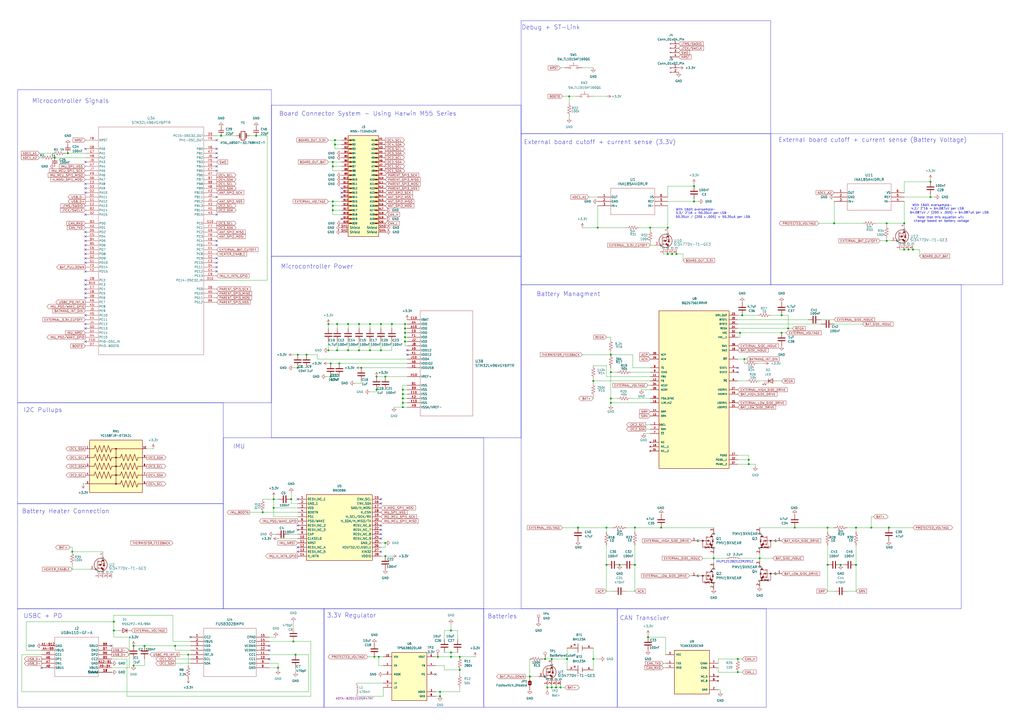
<source format=kicad_sch>
(kicad_sch (version 20250114) (generator "eeschema") (generator_version "9.0")
  (paper "A2")
  (rectangle (start 157.48 60.96) (end 302.26 148.59))
  (rectangle (start 10.16 292.1) (end 129.54 353.06))
  (rectangle (start 302.26 165.1) (end 557.53 353.06))
  (rectangle (start 10.16 353.06) (end 187.96 410.21))
  (rectangle (start 10.16 233.68) (end 129.54 292.1))
  (rectangle (start 358.14 353.06) (end 444.5 410.21))
  (rectangle (start 302.26 77.47) (end 447.04 165.1))
  (rectangle (start 129.54 254) (end 280.67 353.06))
  (rectangle (start 187.96 353.06) (end 280.67 410.21))
  (rectangle (start 447.04 77.47) (end 581.66 165.1))
  (rectangle (start 280.67 353.06) (end 358.14 410.21))
  (rectangle (start 10.16 52.07) (end 157.48 233.68))
  (rectangle (start 157.48 148.59) (end 302.26 254))
  (rectangle (start 302.26 12.0079) (end 447.04 77.47))
  (text "IHLP1212BZEZ2R2M1Z" (at 426.212 325.882 0) (effects (font (size 1.27 1.27))))
  (text "CAN Transciver" (at 373.888 358.648 0) (effects (font (size 2.54 2.54))))
  (text "External board cutoff + current sense (Battery Voltage)\n" (at 506.222 81.28 0) (effects (font (size 2.54 2.54))))
  (text "With 16bit oversample-" (at 403.606 121.666 0) (effects (font (size 1.27 1.27))))
  (text "Board Connector System - Using Harwin M55 Series" (at 213.36 66.04 0) (effects (font (size 2.54 2.54))))
  (text "Note that this equation will \nchange based on battery voltage" (at 546.1 127.254 0) (effects (font (size 1.27 1.27))))
  (text "Batteries\n" (at 291.338 357.632 0) (effects (font (size 2.54 2.54))))
  (text "Battery Managment" (at 329.692 170.688 0) (effects (font (size 2.54 2.54))))
  (text "Microcontroller Signals\n" (at 40.894 58.674 0) (effects (font (size 2.54 2.54))))
  (text "50.35uV / (200 x .005) = 50.35uA per LSB" (at 413.512 125.984 0) (effects (font (size 1.27 1.27))))
  (text "With 16bit oversample-" (at 540.766 119.126 0) (effects (font (size 1.27 1.27))))
  (text "3.3V Regulator" (at 203.962 357.124 0) (effects (font (size 2.54 2.54))))
  (text "External board cutoff + current sense (3.3V)\n" (at 347.98 82.55 0) (effects (font (size 2.54 2.54))))
  (text "3.3/ 2^16 = 50.35uV per LSB\n\n" (at 406.654 124.714 0) (effects (font (size 1.27 1.27))))
  (text "64.087uV / (200 x .005) = 64.087uA per LSB" (at 550.672 123.444 0) (effects (font (size 1.27 1.27))))
  (text "USBC + PD" (at 24.892 357.378 0) (effects (font (size 2.54 2.54))))
  (text "Debug + ST-Link" (at 319.532 16.002 0) (effects (font (size 2.54 2.54))))
  (text "I2C Pullups" (at 24.892 237.998 0) (effects (font (size 2.54 2.54))))
  (text "Battery Heater Connection\n" (at 38.1 296.672 0) (effects (font (size 2.54 2.54))))
  (text "Microcontroller Power\n" (at 183.896 154.686 0) (effects (font (size 2.54 2.54))))
  (text "IMU" (at 138.684 259.08 0) (effects (font (size 2.54 2.54))))
  (text "4.2/ 2^16 = 64.087uV per LSB\n\n" (at 543.814 122.174 0) (effects (font (size 1.27 1.27))))
  (junction (at 234.95 195.58))
  (junction (at 219.71 381))
  (junction (at 317.5 398.78))
  (junction (at 434.34 266.7))
  (junction (at 539.75 114.3))
  (junction (at 414.02 323.85))
  (junction (at 505.46 306.07))
  (junction (at 152.4 297.18))
  (junction (at 255.27 403.86))
  (junction (at 431.8 208.28))
  (junction (at 375.92 369.57))
  (junction (at 320.04 398.78))
  (junction (at 377.19 132.08))
  (junction (at 514.35 139.7))
  (junction (at 524.51 144.78))
  (junction (at 201.93 203.2))
  (junction (at 539.75 105.41))
  (junction (at 344.17 220.98))
  (junction (at 168.91 289.56))
  (junction (at 194.31 81.28))
  (junction (at 39.37 88.9))
  (junction (at 191.77 210.82))
  (junction (at 234.95 198.12))
  (junction (at 83.82 374.65))
  (junction (at 234.95 193.04))
  (junction (at 193.04 93.98))
  (junction (at 453.39 193.04))
  (junction (at 217.17 381))
  (junction (at 255.27 401.32))
  (junction (at 346.71 132.08))
  (junction (at 193.04 119.38))
  (junction (at 66.04 360.68))
  (junction (at 514.35 129.54))
  (junction (at 223.52 314.96))
  (junction (at 208.28 187.96))
  (junction (at 483.87 129.54))
  (junction (at 457.2 190.5))
  (junction (at 41.91 320.04))
  (junction (at 354.33 233.68))
  (junction (at 214.63 203.2))
  (junction (at 330.2 55.88))
  (junction (at 195.58 203.2))
  (junction (at 368.3 327.66))
  (junction (at 233.68 228.6))
  (junction (at 496.57 306.07))
  (junction (at 233.68 226.06))
  (junction (at 223.52 322.58))
  (junction (at 351.79 306.07))
  (junction (at 158.75 294.64))
  (junction (at 171.45 379.73))
  (junction (at 368.3 306.07))
  (junction (at 161.29 387.35))
  (junction (at 261.62 365.76))
  (junction (at 322.58 398.78))
  (junction (at 307.34 392.43))
  (junction (at 220.98 187.96))
  (junction (at 158.75 289.56))
  (junction (at 387.35 132.08))
  (junction (at 227.33 187.96))
  (junction (at 427.99 382.27))
  (junction (at 66.04 365.76))
  (junction (at 77.47 386.08))
  (junction (at 527.05 144.78))
  (junction (at 487.68 327.66))
  (junction (at 383.54 306.07))
  (junction (at 218.44 226.06))
  (junction (at 223.52 218.44))
  (junction (at 402.59 107.95))
  (junction (at 209.55 213.36))
  (junction (at 234.95 187.96))
  (junction (at 234.95 190.5))
  (junction (at 354.33 205.74))
  (junction (at 201.93 187.96))
  (junction (at 325.12 398.78))
  (junction (at 254 381))
  (junction (at 191.77 218.44))
  (junction (at 194.31 83.82))
  (junction (at 193.04 96.52))
  (junction (at 316.23 382.27))
  (junction (at 101.6 374.65))
  (junction (at 195.58 187.96))
  (junction (at 261.62 378.46))
  (junction (at 77.47 374.65))
  (junction (at 190.5 187.96))
  (junction (at 461.01 306.07))
  (junction (at 392.43 147.32))
  (junction (at 354.33 215.9))
  (junction (at 148.59 78.74))
  (junction (at 427.99 389.89))
  (junction (at 261.62 381))
  (junction (at 389.89 147.32))
  (junction (at 193.04 116.84))
  (junction (at 31.75 91.44))
  (junction (at 344.17 382.27))
  (junction (at 496.57 327.66))
  (junction (at 233.68 233.68))
  (junction (at 429.26 193.04))
  (junction (at 266.7 388.62))
  (junction (at 172.72 205.74))
  (junction (at 172.72 213.36))
  (junction (at 128.27 78.74))
  (junction (at 190.5 203.2))
  (junction (at 480.06 327.66))
  (junction (at 177.8 205.74))
  (junction (at 109.22 379.73))
  (junction (at 524.51 129.54))
  (junction (at 218.44 218.44))
  (junction (at 208.28 203.2))
  (junction (at 320.04 382.27))
  (junction (at 440.69 323.85))
  (junction (at 354.33 231.14))
  (junction (at 193.04 121.92))
  (junction (at 335.28 306.07))
  (junction (at 453.39 182.88))
  (junction (at 220.98 203.2))
  (junction (at 515.62 306.07))
  (junction (at 430.53 182.88))
  (junction (at 170.18 372.11))
  (junction (at 266.7 381))
  (junction (at 214.63 187.96))
  (junction (at 233.68 236.22))
  (junction (at 359.41 327.66))
  (junction (at 196.85 210.82))
  (junction (at 402.59 116.84))
  (junction (at 233.68 231.14))
  (junction (at 529.59 144.78))
  (junction (at 480.06 306.07))
  (junction (at 328.93 382.27))
  (junction (at 434.34 269.24))
  (junction (at 351.79 327.66))
  (junction (at 387.35 147.32))
  (no_connect (at 49.53 182.88))
  (no_connect (at 236.22 203.2))
  (no_connect (at 125.73 154.94))
  (no_connect (at 49.53 167.64))
  (no_connect (at 110.49 369.57))
  (no_connect (at 427.99 213.36))
  (no_connect (at 156.21 377.19))
  (no_connect (at 172.72 304.8))
  (no_connect (at 198.12 109.22))
  (no_connect (at 49.53 124.46))
  (no_connect (at 156.21 382.27))
  (no_connect (at 49.53 134.62))
  (no_connect (at 220.98 292.1))
  (no_connect (at 198.12 127))
  (no_connect (at 125.73 139.7))
  (no_connect (at 49.53 162.56))
  (no_connect (at 49.53 198.12))
  (no_connect (at 49.53 106.68))
  (no_connect (at 24.13 387.35))
  (no_connect (at 125.73 91.44))
  (no_connect (at 156.21 374.65))
  (no_connect (at 125.73 114.3))
  (no_connect (at 220.98 320.04))
  (no_connect (at 125.73 157.48))
  (no_connect (at 236.22 205.74))
  (no_connect (at 198.12 114.3))
  (no_connect (at 172.72 289.56))
  (no_connect (at 220.98 312.42))
  (no_connect (at 49.53 152.4))
  (no_connect (at 125.73 96.52))
  (no_connect (at 49.53 93.98))
  (no_connect (at 172.72 320.04))
  (no_connect (at 49.53 111.76))
  (no_connect (at 49.53 149.86))
  (no_connect (at 125.73 124.46))
  (no_connect (at 49.53 137.16))
  (no_connect (at 125.73 81.28))
  (no_connect (at 125.73 86.36))
  (no_connect (at 49.53 142.24))
  (no_connect (at 198.12 111.76))
  (no_connect (at 220.98 307.34))
  (no_connect (at 125.73 142.24))
  (no_connect (at 252.73 391.16))
  (no_connect (at 49.53 144.78))
  (no_connect (at 125.73 152.4))
  (no_connect (at 49.53 139.7))
  (no_connect (at 125.73 99.06))
  (no_connect (at 220.98 289.56))
  (no_connect (at 172.72 307.34))
  (no_connect (at 49.53 187.96))
  (no_connect (at 49.53 172.72))
  (no_connect (at 49.53 86.36))
  (no_connect (at 49.53 109.22))
  (no_connect (at 125.73 149.86))
  (no_connect (at 49.53 190.5))
  (no_connect (at 220.98 309.88))
  (no_connect (at 49.53 170.18))
  (no_connect (at 64.77 374.65))
  (no_connect (at 220.98 304.8))
  (no_connect (at 427.99 215.9))
  (no_connect (at 49.53 157.48))
  (no_connect (at 172.72 317.5))
  (no_connect (at 49.53 147.32))
  (no_connect (at 49.53 165.1))
  (no_connect (at 125.73 88.9))
  (wire (pts (xy 195.58 187.96) (xy 195.58 190.5)))
  (wire (pts (xy 261.62 381) (xy 261.62 378.46)))
  (wire (pts (xy 158.75 299.72) (xy 158.75 294.64)))
  (wire (pts (xy 193.04 93.98) (xy 193.04 96.52)))
  (wire (pts (xy 427.99 264.16) (xy 434.34 264.16)))
  (wire (pts (xy 377.19 140.97) (xy 377.19 142.24)))
  (wire (pts (xy 440.69 323.85) (xy 448.31 323.85)))
  (wire (pts (xy 396.24 147.32) (xy 396.24 151.13)))
  (wire (pts (xy 508 129.54) (xy 514.35 129.54)))
  (wire (pts (xy 66.04 360.68) (xy 66.04 365.76)))
  (wire (pts (xy 227.33 187.96) (xy 234.95 187.96)))
  (wire (pts (xy 172.72 213.36) (xy 177.8 213.36)))
  (wire (pts (xy 171.45 379.73) (xy 179.07 379.73)))
  (wire (pts (xy 15.24 377.19) (xy 24.13 377.19)))
  (wire (pts (xy 64.77 382.27) (xy 73.66 382.27)))
  (wire (pts (xy 207.01 396.24) (xy 222.25 396.24)))
  (wire (pts (xy 266.7 381) (xy 275.59 381)))
  (wire (pts (xy 22.86 88.9) (xy 30.48 88.9)))
  (wire (pts (xy 335.28 306.07) (xy 351.79 306.07)))
  (wire (pts (xy 514.35 138.43) (xy 514.35 139.7)))
  (wire (pts (xy 330.2 68.58) (xy 330.2 67.31)))
  (wire (pts (xy 261.62 378.46) (xy 265.43 378.46)))
  (wire (pts (xy 168.91 289.56) (xy 168.91 292.1)))
  (wire (pts (xy 326.39 55.88) (xy 330.2 55.88)))
  (wire (pts (xy 266.7 398.78) (xy 266.7 401.32)))
  (wire (pts (xy 322.58 398.78) (xy 325.12 398.78)))
  (wire (pts (xy 220.98 317.5) (xy 223.52 317.5)))
  (wire (pts (xy 220.98 203.2) (xy 227.33 203.2)))
  (wire (pts (xy 374.65 246.38) (xy 377.19 246.38)))
  (wire (pts (xy 325.12 39.37) (xy 327.66 39.37)))
  (wire (pts (xy 351.79 195.58) (xy 354.33 195.58)))
  (wire (pts (xy 383.54 306.07) (xy 414.02 306.07)))
  (wire (pts (xy 365.76 231.14) (xy 377.19 231.14)))
  (wire (pts (xy 429.26 195.58) (xy 429.26 193.04)))
  (wire (pts (xy 417.83 401.32) (xy 417.83 400.05)))
  (wire (pts (xy 351.79 308.61) (xy 351.79 306.07)))
  (wire (pts (xy 214.63 203.2) (xy 220.98 203.2)))
  (wire (pts (xy 125.73 162.56) (xy 154.94 162.56)))
  (wire (pts (xy 24.13 379.73) (xy 12.7 379.73)))
  (wire (pts (xy 453.39 193.04) (xy 455.93 193.04)))
  (wire (pts (xy 190.5 93.98) (xy 193.04 93.98)))
  (wire (pts (xy 405.13 116.84) (xy 402.59 116.84)))
  (wire (pts (xy 233.68 228.6) (xy 233.68 231.14)))
  (wire (pts (xy 257.81 378.46) (xy 261.62 378.46)))
  (wire (pts (xy 440.69 306.07) (xy 461.01 306.07)))
  (wire (pts (xy 198.12 124.46) (xy 193.04 124.46)))
  (wire (pts (xy 152.4 297.18) (xy 172.72 297.18)))
  (wire (pts (xy 368.3 306.07) (xy 368.3 308.61)))
  (wire (pts (xy 191.77 218.44) (xy 196.85 218.44)))
  (wire (pts (xy 109.22 379.73) (xy 109.22 386.08)))
  (wire (pts (xy 74.93 387.35) (xy 74.93 369.57)))
  (wire (pts (xy 539.75 114.3) (xy 524.51 114.3)))
  (wire (pts (xy 431.8 210.82) (xy 431.8 208.28)))
  (wire (pts (xy 38.1 88.9) (xy 39.37 88.9)))
  (wire (pts (xy 402.59 106.68) (xy 402.59 107.95)))
  (wire (pts (xy 402.59 115.57) (xy 402.59 116.84)))
  (wire (pts (xy 402.59 107.95) (xy 387.35 107.95)))
  (wire (pts (xy 156.21 384.81) (xy 161.29 384.81)))
  (wire (pts (xy 265.43 365.76) (xy 261.62 365.76)))
  (wire (pts (xy 416.56 389.89) (xy 427.99 389.89)))
  (wire (pts (xy 521.97 144.78) (xy 524.51 144.78)))
  (wire (pts (xy 257.81 365.76) (xy 257.81 370.84)))
  (wire (pts (xy 218.44 227.33) (xy 218.44 226.06)))
  (wire (pts (xy 190.5 187.96) (xy 190.5 190.5)))
  (wire (pts (xy 476.25 185.42) (xy 483.87 185.42)))
  (wire (pts (xy 427.99 266.7) (xy 434.34 266.7)))
  (wire (pts (xy 223.52 218.44) (xy 236.22 218.44)))
  (wire (pts (xy 193.04 119.38) (xy 193.04 116.84)))
  (wire (pts (xy 208.28 187.96) (xy 214.63 187.96)))
  (wire (pts (xy 431.8 208.28) (xy 427.99 208.28)))
  (wire (pts (xy 344.17 382.27) (xy 347.98 382.27)))
  (wire (pts (xy 15.24 360.68) (xy 15.24 377.19)))
  (wire (pts (xy 266.7 401.32) (xy 255.27 401.32)))
  (wire (pts (xy 344.17 375.92) (xy 344.17 382.27)))
  (wire (pts (xy 427.99 187.96) (xy 476.25 187.96)))
  (wire (pts (xy 400.05 334.01) (xy 401.32 334.01)))
  (wire (pts (xy 252.73 381) (xy 254 381)))
  (wire (pts (xy 158.75 289.56) (xy 158.75 294.64)))
  (wire (pts (xy 370.84 132.08) (xy 377.19 132.08)))
  (wire (pts (xy 190.5 198.12) (xy 190.5 203.2)))
  (wire (pts (xy 233.68 233.68) (xy 233.68 231.14)))
  (wire (pts (xy 427.99 389.89) (xy 430.53 389.89)))
  (wire (pts (xy 41.91 330.2) (xy 52.07 330.2)))
  (wire (pts (xy 101.6 384.81) (xy 110.49 384.81)))
  (wire (pts (xy 539.75 104.14) (xy 539.75 105.41)))
  (wire (pts (xy 344.17 55.88) (xy 351.79 55.88)))
  (wire (pts (xy 440.69 220.98) (xy 443.23 220.98)))
  (wire (pts (xy 346.71 132.08) (xy 363.22 132.08)))
  (wire (pts (xy 367.03 213.36) (xy 367.03 205.74)))
  (wire (pts (xy 416.56 384.81) (xy 416.56 382.27)))
  (wire (pts (xy 193.04 116.84) (xy 198.12 116.84)))
  (wire (pts (xy 227.33 190.5) (xy 227.33 187.96)))
  (wire (pts (xy 337.82 205.74) (xy 354.33 205.74)))
  (wire (pts (xy 193.04 93.98) (xy 198.12 93.98)))
  (wire (pts (xy 195.58 198.12) (xy 195.58 203.2)))
  (wire (pts (xy 368.3 342.9) (xy 363.22 342.9)))
  (wire (pts (xy 66.04 365.76) (xy 68.58 365.76)))
  (wire (pts (xy 48.26 280.67) (xy 49.53 280.67)))
  (wire (pts (xy 254 381) (xy 261.62 381)))
  (wire (pts (xy 505.46 299.72) (xy 505.46 306.07)))
  (wire (pts (xy 367.03 213.36) (xy 377.19 213.36)))
  (wire (pts (xy 190.5 210.82) (xy 191.77 210.82)))
  (wire (pts (xy 372.11 226.06) (xy 377.19 226.06)))
  (wire (pts (xy 191.77 210.82) (xy 196.85 210.82)))
  (wire (pts (xy 228.6 236.22) (xy 233.68 236.22)))
  (wire (pts (xy 354.33 204.47) (xy 354.33 205.74)))
  (wire (pts (xy 322.58 397.51) (xy 322.58 398.78)))
  (wire (pts (xy 154.94 78.74) (xy 148.59 78.74)))
  (wire (pts (xy 193.04 96.52) (xy 193.04 99.06)))
  (wire (pts (xy 41.91 320.04) (xy 59.69 320.04)))
  (wire (pts (xy 414.02 323.85) (xy 421.64 323.85)))
  (wire (pts (xy 193.04 124.46) (xy 193.04 121.92)))
  (wire (pts (xy 384.81 387.35) (xy 386.08 387.35)))
  (wire (pts (xy 496.57 316.23) (xy 496.57 327.66)))
  (wire (pts (xy 496.57 306.07) (xy 496.57 308.61)))
  (wire (pts (xy 314.96 382.27) (xy 316.23 382.27)))
  (wire (pts (xy 234.95 187.96) (xy 234.95 190.5)))
  (wire (pts (xy 377.19 132.08) (xy 377.19 133.35)))
  (wire (pts (xy 222.25 386.08) (xy 219.71 386.08)))
  (wire (pts (xy 377.19 218.44) (xy 351.79 218.44)))
  (wire (pts (xy 209.55 222.25) (xy 209.55 220.98)))
  (wire (pts (xy 184.15 205.74) (xy 184.15 208.28)))
  (wire (pts (xy 351.79 218.44) (xy 351.79 212.09)))
  (wire (pts (xy 427.99 190.5) (xy 457.2 190.5)))
  (wire (pts (xy 368.3 316.23) (xy 368.3 327.66)))
  (wire (pts (xy 208.28 187.96) (xy 208.28 190.5)))
  (wire (pts (xy 429.26 323.85) (xy 440.69 323.85)))
  (wire (pts (xy 195.58 203.2) (xy 201.93 203.2)))
  (wire (pts (xy 438.15 270.51) (xy 438.15 269.24)))
  (wire (pts (xy 457.2 182.88) (xy 457.2 190.5)))
  (wire (pts (xy 427.99 195.58) (xy 429.26 195.58)))
  (wire (pts (xy 161.29 388.62) (xy 161.29 387.35)))
  (wire (pts (xy 214.63 187.96) (xy 220.98 187.96)))
  (wire (pts (xy 198.12 121.92) (xy 193.04 121.92)))
  (wire (pts (xy 39.37 88.9) (xy 49.53 88.9)))
  (wire (pts (xy 194.31 83.82) (xy 198.12 83.82)))
  (wire (pts (xy 156.21 387.35) (xy 161.29 387.35)))
  (wire (pts (xy 227.33 203.2) (xy 227.33 198.12)))
  (wire (pts (xy 158.75 288.29) (xy 158.75 289.56)))
  (wire (pts (xy 83.82 374.65) (xy 101.6 374.65)))
  (wire (pts (xy 214.63 227.33) (xy 218.44 227.33)))
  (wire (pts (xy 213.36 381) (xy 217.17 381)))
  (wire (pts (xy 168.91 292.1) (xy 172.72 292.1)))
  (wire (pts (xy 156.21 369.57) (xy 160.02 369.57)))
  (wire (pts (xy 365.76 215.9) (xy 377.19 215.9)))
  (wire (pts (xy 170.18 360.68) (xy 170.18 364.49)))
  (wire (pts (xy 180.34 403.86) (xy 73.66 403.86)))
  (wire (pts (xy 15.24 360.68) (xy 66.04 360.68)))
  (wire (pts (xy 125.73 78.74) (xy 128.27 78.74)))
  (wire (pts (xy 234.95 200.66) (xy 234.95 198.12)))
  (wire (pts (xy 219.71 381) (xy 222.25 381)))
  (wire (pts (xy 236.22 193.04) (xy 234.95 193.04)))
  (wire (pts (xy 193.04 119.38) (xy 198.12 119.38)))
  (wire (pts (xy 351.79 342.9) (xy 355.6 342.9)))
  (wire (pts (xy 344.17 382.27) (xy 344.17 388.62)))
  (wire (pts (xy 205.74 222.25) (xy 209.55 222.25)))
  (wire (pts (xy 510.54 139.7) (xy 514.35 139.7)))
  (wire (pts (xy 427.99 185.42) (xy 468.63 185.42)))
  (wire (pts (xy 529.59 144.78) (xy 533.4 144.78)))
  (wire (pts (xy 480.06 342.9) (xy 483.87 342.9)))
  (wire (pts (xy 325.12 397.51) (xy 325.12 398.78)))
  (wire (pts (xy 257.81 365.76) (xy 261.62 365.76)))
  (wire (pts (xy 341.63 114.3) (xy 346.71 114.3)))
  (wire (pts (xy 177.8 205.74) (xy 184.15 205.74)))
  (wire (pts (xy 170.18 205.74) (xy 172.72 205.74)))
  (wire (pts (xy 168.91 285.75) (xy 168.91 289.56)))
  (wire (pts (xy 180.34 372.11) (xy 180.34 403.86)))
  (wire (pts (xy 354.33 195.58) (xy 354.33 196.85)))
  (wire (pts (xy 429.26 193.04) (xy 453.39 193.04)))
  (wire (pts (xy 189.23 218.44) (xy 191.77 218.44)))
  (wire (pts (xy 344.17 220.98) (xy 344.17 222.25)))
  (wire (pts (xy 156.21 372.11) (xy 170.18 372.11)))
  (wire (pts (xy 220.98 198.12) (xy 220.98 203.2)))
  (wire (pts (xy 144.78 297.18) (xy 152.4 297.18)))
  (wire (pts (xy 152.4 289.56) (xy 158.75 289.56)))
  (wire (pts (xy 330.2 55.88) (xy 334.01 55.88)))
  (wire (pts (xy 407.67 323.85) (xy 414.02 323.85)))
  (wire (pts (xy 100.33 356.87) (xy 100.33 372.11)))
  (wire (pts (xy 223.52 322.58) (xy 227.33 322.58)))
  (wire (pts (xy 66.04 356.87) (xy 66.04 360.68)))
  (wire (pts (xy 434.34 264.16) (xy 434.34 266.7)))
  (wire (pts (xy 218.44 218.44) (xy 223.52 218.44)))
  (wire (pts (xy 236.22 195.58) (xy 234.95 195.58)))
  (wire (pts (xy 257.81 388.62) (xy 257.81 386.08)))
  (wire (pts (xy 351.79 306.07) (xy 355.6 306.07)))
  (wire (pts (xy 170.18 372.11) (xy 180.34 372.11)))
  (wire (pts (xy 223.52 317.5) (xy 223.52 314.96)))
  (wire (pts (xy 414.02 323.85) (xy 414.02 326.39)))
  (wire (pts (xy 22.86 91.44) (xy 24.13 91.44)))
  (wire (pts (xy 41.91 327.66) (xy 41.91 330.2)))
  (wire (pts (xy 351.79 316.23) (xy 351.79 327.66)))
  (wire (pts (xy 265.43 370.84) (xy 265.43 365.76)))
  (wire (pts (xy 41.91 317.5) (xy 41.91 320.04)))
  (wire (pts (xy 214.63 198.12) (xy 214.63 203.2)))
  (wire (pts (xy 447.04 182.88) (xy 453.39 182.88)))
  (wire (pts (xy 170.18 213.36) (xy 172.72 213.36)))
  (wire (pts (xy 427.99 193.04) (xy 429.26 193.04)))
  (wire (pts (xy 438.15 269.24) (xy 434.34 269.24)))
  (wire (pts (xy 368.3 306.07) (xy 383.54 306.07)))
  (wire (pts (xy 344.17 229.87) (xy 344.17 231.14)))
  (wire (pts (xy 427.99 269.24) (xy 434.34 269.24)))
  (wire (pts (xy 524.51 116.84) (xy 524.51 129.54)))
  (wire (pts (xy 158.75 294.64) (xy 172.72 294.64)))
  (wire (pts (xy 487.68 327.66) (xy 488.95 327.66)))
  (wire (pts (xy 416.56 387.35) (xy 416.56 389.89)))
  (wire (pts (xy 236.22 236.22) (xy 233.68 236.22)))
  (wire (pts (xy 257.81 386.08) (xy 252.73 386.08)))
  (wire (pts (xy 201.93 187.96) (xy 195.58 187.96)))
  (wire (pts (xy 524.51 144.78) (xy 527.05 144.78)))
  (wire (pts (xy 156.21 379.73) (xy 171.45 379.73)))
  (wire (pts (xy 392.43 147.32) (xy 396.24 147.32)))
  (wire (pts (xy 328.93 382.27) (xy 328.93 388.62)))
  (wire (pts (xy 66.04 356.87) (xy 100.33 356.87)))
  (wire (pts (xy 387.35 107.95) (xy 387.35 114.3)))
  (wire (pts (xy 128.27 78.74) (xy 137.16 78.74)))
  (wire (pts (xy 194.31 86.36) (xy 198.12 86.36)))
  (wire (pts (xy 179.07 379.73) (xy 179.07 401.32)))
  (wire (pts (xy 368.3 327.66) (xy 368.3 342.9)))
  (wire (pts (xy 190.5 203.2) (xy 195.58 203.2)))
  (wire (pts (xy 506.73 299.72) (xy 505.46 299.72)))
  (wire (pts (xy 194.31 81.28) (xy 198.12 81.28)))
  (wire (pts (xy 351.79 327.66) (xy 351.79 342.9)))
  (wire (pts (xy 236.22 187.96) (xy 234.95 187.96)))
  (wire (pts (xy 172.72 299.72) (xy 158.75 299.72)))
  (wire (pts (xy 527.05 144.78) (xy 529.59 144.78)))
  (wire (pts (xy 430.53 182.88) (xy 439.42 182.88)))
  (wire (pts (xy 496.57 342.9) (xy 491.49 342.9)))
  (wire (pts (xy 384.81 147.32) (xy 387.35 147.32)))
  (wire (pts (xy 236.22 231.14) (xy 233.68 231.14)))
  (wire (pts (xy 201.93 187.96) (xy 208.28 187.96)))
  (wire (pts (xy 307.34 392.43) (xy 312.42 392.43)))
  (wire (pts (xy 483.87 187.96) (xy 500.38 187.96)))
  (wire (pts (xy 351.79 212.09) (xy 344.17 212.09)))
  (wire (pts (xy 515.62 306.07) (xy 529.59 306.07)))
  (wire (pts (xy 480.06 327.66) (xy 480.06 342.9)))
  (wire (pts (xy 233.68 223.52) (xy 233.68 226.06)))
  (wire (pts (xy 207.01 403.86) (xy 222.25 403.86)))
  (wire (pts (xy 316.23 382.27) (xy 320.04 382.27)))
  (wire (pts (xy 234.95 190.5) (xy 234.95 193.04)))
  (wire (pts (xy 434.34 266.7) (xy 434.34 269.24)))
  (wire (pts (xy 172.72 205.74) (xy 177.8 205.74)))
  (wire (pts (xy 367.03 205.74) (xy 354.33 205.74)))
  (wire (pts (xy 66.04 369.57) (xy 66.04 365.76)))
  (wire (pts (xy 354.33 215.9) (xy 354.33 231.14)))
  (wire (pts (xy 12.7 379.73) (xy 12.7 401.32)))
  (wire (pts (xy 209.55 213.36) (xy 236.22 213.36)))
  (wire (pts (xy 148.59 78.74) (xy 144.78 78.74)))
  (wire (pts (xy 233.68 223.52) (xy 236.22 223.52)))
  (wire (pts (xy 440.69 321.31) (xy 440.69 323.85)))
  (wire (pts (xy 208.28 198.12) (xy 208.28 203.2)))
  (wire (pts (xy 483.87 129.54) (xy 500.38 129.54)))
  (wire (pts (xy 328.93 375.92) (xy 328.93 382.27)))
  (wire (pts (xy 234.95 193.04) (xy 234.95 195.58)))
  (wire (pts (xy 514.35 129.54) (xy 514.35 130.81)))
  (wire (pts (xy 539.75 113.03) (xy 539.75 114.3)))
  (wire (pts (xy 100.33 372.11) (xy 110.49 372.11)))
  (wire (pts (xy 304.8 392.43) (xy 307.34 392.43)))
  (wire (pts (xy 386.08 379.73) (xy 386.08 369.57)))
  (wire (pts (xy 320.04 398.78) (xy 322.58 398.78)))
  (wire (pts (xy 337.82 39.37) (xy 344.17 39.37)))
  (wire (pts (xy 236.22 233.68) (xy 233.68 233.68)))
  (wire (pts (xy 427.99 182.88) (xy 430.53 182.88)))
  (wire (pts (xy 195.58 187.96) (xy 190.5 187.96)))
  (wire (pts (xy 12.7 401.32) (xy 179.07 401.32)))
  (wire (pts (xy 354.33 234.95) (xy 354.33 233.68)))
  (wire (pts (xy 337.82 132.08) (xy 346.71 132.08)))
  (wire (pts (xy 524.51 105.41) (xy 524.51 111.76)))
  (wire (pts (xy 354.33 231.14) (xy 358.14 231.14)))
  (wire (pts (xy 83.82 386.08) (xy 77.47 386.08)))
  (wire (pts (xy 539.75 105.41) (xy 524.51 105.41)))
  (wire (pts (xy 384.81 384.81) (xy 386.08 384.81)))
  (wire (pts (xy 171.45 389.89) (xy 171.45 387.35)))
  (wire (pts (xy 317.5 398.78) (xy 320.04 398.78)))
  (wire (pts (xy 480.06 316.23) (xy 480.06 327.66)))
  (wire (pts (xy 261.62 381) (xy 266.7 381)))
  (wire (pts (xy 194.31 81.28) (xy 194.31 83.82)))
  (wire (pts (xy 307.34 382.27) (xy 307.34 392.43)))
  (wire (pts (xy 193.04 99.06) (xy 198.12 99.06)))
  (wire (pts (xy 217.17 381) (xy 219.71 381)))
  (wire (pts (xy 358.14 215.9) (xy 354.33 215.9)))
  (wire (pts (xy 330.2 59.69) (xy 330.2 55.88)))
  (wire (pts (xy 161.29 384.81) (xy 161.29 387.35)))
  (wire (pts (xy 344.17 219.71) (xy 344.17 220.98)))
  (wire (pts (xy 64.77 387.35) (xy 74.93 387.35)))
  (wire (pts (xy 234.95 198.12) (xy 236.22 198.12)))
  (wire (pts (xy 377.19 220.98) (xy 344.17 220.98)))
  (wire (pts (xy 461.01 306.07) (xy 480.06 306.07)))
  (wire (pts (xy 83.82 382.27) (xy 83.82 386.08)))
  (wire (pts (xy 252.73 401.32) (xy 255.27 401.32)))
  (wire (pts (xy 431.8 208.28) (xy 433.07 208.28)))
  (wire (pts (xy 346.71 119.38) (xy 346.71 132.08)))
  (wire (pts (xy 375.92 369.57) (xy 386.08 369.57)))
  (wire (pts (xy 354.33 213.36) (xy 354.33 215.9)))
  (wire (pts (xy 158.75 289.56) (xy 161.29 289.56)))
  (wire (pts (xy 218.44 226.06) (xy 223.52 226.06)))
  (wire (pts (xy 154.94 162.56) (xy 154.94 78.74)))
  (wire (pts (xy 201.93 187.96) (xy 201.93 190.5)))
  (wire (pts (xy 542.29 114.3) (xy 539.75 114.3)))
  (wire (pts (xy 514.35 129.54) (xy 524.51 129.54)))
  (wire (pts (xy 222.25 403.86) (xy 222.25 398.78)))
  (wire (pts (xy 427.99 220.98) (xy 433.07 220.98)))
  (wire (pts (xy 74.93 369.57) (xy 66.04 369.57)))
  (wire (pts (xy 402.59 116.84) (xy 387.35 116.84)))
  (wire (pts (xy 377.19 132.08) (xy 387.35 132.08)))
  (wire (pts (xy 450.85 220.98) (xy 453.39 220.98)))
  (wire (pts (xy 373.38 251.46) (xy 377.19 251.46)))
  (wire (pts (xy 439.42 210.82) (xy 443.23 210.82)))
  (wire (pts (xy 193.04 96.52) (xy 198.12 96.52)))
  (wire (pts (xy 208.28 203.2) (xy 214.63 203.2)))
  (wire (pts (xy 387.35 147.32) (xy 389.89 147.32)))
  (wire (pts (xy 416.56 382.27) (xy 427.99 382.27)))
  (wire (pts (xy 220.98 190.5) (xy 220.98 187.96)))
  (wire (pts (xy 440.69 323.85) (xy 440.69 325.12)))
  (wire (pts (xy 255.27 401.32) (xy 255.27 403.86)))
  (wire (pts (xy 190.5 81.28) (xy 194.31 81.28)))
  (wire (pts (xy 40.64 317.5) (xy 41.91 317.5)))
  (wire (pts (xy 414.02 321.31) (xy 414.02 323.85)))
  (wire (pts (xy 514.35 139.7) (xy 516.89 139.7)))
  (wire (pts (xy 31.75 91.44) (xy 49.53 91.44)))
  (wire (pts (xy 387.35 119.38) (xy 387.35 132.08)))
  (wire (pts (xy 104.14 379.73) (xy 109.22 379.73)))
  (wire (pts (xy 496.57 306.07) (xy 505.46 306.07)))
  (wire (pts (xy 359.41 327.66) (xy 360.68 327.66)))
  (wire (pts (xy 266.7 388.62) (xy 266.7 391.16)))
  (wire (pts (xy 233.68 226.06) (xy 233.68 228.6)))
  (wire (pts (xy 236.22 200.66) (xy 234.95 200.66)))
  (wire (pts (xy 233.68 236.22) (xy 233.68 233.68)))
  (wire (pts (xy 389.89 147.32) (xy 392.43 147.32)))
  (wire (pts (xy 219.71 381) (xy 219.71 386.08)))
  (wire (pts (xy 354.33 233.68) (xy 377.19 233.68)))
  (wire (pts (xy 377.19 142.24) (xy 379.73 142.24)))
  (wire (pts (xy 320.04 397.51) (xy 320.04 398.78)))
  (wire (pts (xy 234.95 195.58) (xy 234.95 198.12)))
  (wire (pts (xy 375.92 223.52) (xy 377.19 223.52)))
  (wire (pts (xy 109.22 379.73) (xy 110.49 379.73)))
  (wire (pts (xy 110.49 377.19) (xy 101.6 377.19)))
  (wire (pts (xy 233.68 226.06) (xy 236.22 226.06)))
  (wire (pts (xy 196.85 210.82) (xy 236.22 210.82)))
  (wire (pts (xy 457.2 190.5) (xy 459.74 190.5)))
  (wire (pts (xy 480.06 306.07) (xy 483.87 306.07)))
  (wire (pts (xy 320.04 382.27) (xy 328.93 382.27)))
  (wire (pts (xy 417.83 400.05) (xy 416.56 400.05)))
  (wire (pts (xy 326.39 306.07) (xy 335.28 306.07)))
  (wire (pts (xy 158.75 309.88) (xy 160.02 309.88)))
  (wire (pts (xy 363.22 306.07) (xy 368.3 306.07)))
  (wire (pts (xy 480.06 308.61) (xy 480.06 306.07)))
  (wire (pts (xy 533.4 144.78) (xy 533.4 148.59)))
  (wire (pts (xy 201.93 203.2) (xy 208.28 203.2)))
  (wire (pts (xy 374.65 248.92) (xy 377.19 248.92)))
  (wire (pts (xy 77.47 374.65) (xy 83.82 374.65)))
  (wire (pts (xy 261.62 361.95) (xy 261.62 365.76)))
  (wire (pts (xy 214.63 187.96) (xy 214.63 190.5)))
  (wire (pts (xy 101.6 377.19) (xy 101.6 374.65)))
  (wire (pts (xy 427.99 382.27) (xy 430.53 382.27)))
  (wire (pts (xy 354.33 231.14) (xy 354.33 233.68)))
  (wire (pts (xy 474.98 129.54) (xy 483.87 129.54)))
  (wire (pts (xy 85.09 260.35) (xy 88.9 260.35)))
  (wire (pts (xy 77.47 386.08) (xy 77.47 382.27)))
  (wire (pts (xy 266.7 388.62) (xy 257.81 388.62)))
  (wire (pts (xy 167.64 309.88) (xy 172.72 309.88)))
  (wire (pts (xy 227.33 187.96) (xy 220.98 187.96)))
  (wire (pts (xy 236.22 190.5) (xy 234.95 190.5)))
  (wire (pts (xy 483.87 116.84) (xy 483.87 129.54)))
  (wire (pts (xy 496.57 327.66) (xy 496.57 342.9)))
  (wire (pts (xy 172.72 312.42) (xy 161.29 312.42)))
  (wire (pts (xy 190.5 116.84) (xy 193.04 116.84)))
  (wire (pts (xy 73.66 382.27) (xy 73.66 403.86)))
  (wire (pts (xy 194.31 83.82) (xy 194.31 86.36)))
  (wire (pts (xy 220.98 314.96) (xy 223.52 314.96)))
  (wire (pts (xy 201.93 198.12) (xy 201.93 203.2)))
  (wire (pts (xy 101.6 382.27) (xy 110.49 382.27)))
  (wire (pts (xy 325.12 398.78) (xy 327.66 398.78)))
  (wire (pts (xy 193.04 121.92) (xy 193.04 119.38)))
  (wire (pts (xy 101.6 374.65) (xy 110.49 374.65)))
  (wire (pts (xy 220.98 322.58) (xy 223.52 322.58)))
  (wire (pts (xy 457.2 182.88) (xy 453.39 182.88)))
  (wire (pts (xy 184.15 208.28) (xy 236.22 208.28)))
  (wire (pts (xy 375.92 368.3) (xy 375.92 369.57)))
  (wire (pts (xy 317.5 397.51) (xy 317.5 398.78)))
  (wire (pts (xy 491.49 306.07) (xy 496.57 306.07)))
  (wire (pts (xy 505.46 306.07) (xy 515.62 306.07)))
  (wire (pts (xy 233.68 228.6) (xy 236.22 228.6)))
  (wire (pts (xy 252.73 403.86) (xy 255.27 403.86)))
  (global_label "NRST" (shape input) (at 49.53 81.28 180) (property "Intersheetrefs" "${INTERSHEET_REFS}" (effects (hide yes))))
  (global_label "EXTERNAL_BAT_CUTOFF" (shape input) (at 125.73 144.78 0) (property "Intersheetrefs" "${INTERSHEET_REFS}" (effects (hide yes))))
  (global_label "CAN_L" (shape input) (at 430.53 389.89 0) (property "Intersheetrefs" "${INTERSHEET_REFS}" (effects (hide yes))))
  (global_label "ANT_SPI2_SCK" (shape input) (at 125.73 111.76 0) (property "Intersheetrefs" "${INTERSHEET_REFS}" (effects (hide yes))))
  (global_label "EXTERNAL_SIDE_INDUC" (shape input) (at 483.87 185.42 0) (property "Intersheetrefs" "${INTERSHEET_REFS}" (effects (hide yes))))
  (global_label "I2C4_SDA" (shape output) (at 125.73 104.14 0) (property "Intersheetrefs" "${INTERSHEET_REFS}" (effects (hide yes))))
  (global_label "CAN_TXD" (shape input) (at 49.53 132.08 180) (property "Intersheetrefs" "${INTERSHEET_REFS}" (effects (hide yes))))
  (global_label "I2C4_SCL" (shape output) (at 125.73 101.6 0) (property "Intersheetrefs" "${INTERSHEET_REFS}" (effects (hide yes))))
  (global_label "CAN_H" (shape input) (at 430.53 382.27 0) (property "Intersheetrefs" "${INTERSHEET_REFS}" (effects (hide yes))))
  (global_label "BAT_PULLDOWN" (shape output) (at 49.53 154.94 180) (property "Intersheetrefs" "${INTERSHEET_REFS}" (effects (hide yes))))
  (global_label "ANT_SPI2_MOSI" (shape input) (at 223.52 119.38 0) (property "Intersheetrefs" "${INTERSHEET_REFS}" (effects (hide yes))))
  (global_label "IMU_PSO{slash}WAKE_GPIO" (shape output) (at 172.72 302.26 180) (property "Intersheetrefs" "${INTERSHEET_REFS}" (effects (hide yes))))
  (global_label "CAN_TXD" (shape input) (at 384.81 384.81 180) (property "Intersheetrefs" "${INTERSHEET_REFS}" (effects (hide yes))))
  (global_label "ADC1_A2" (shape input) (at 22.86 91.44 180) (property "Intersheetrefs" "${INTERSHEET_REFS}" (effects (hide yes))))
  (global_label "NRST" (shape input) (at 393.7 33.02 0) (property "Intersheetrefs" "${INTERSHEET_REFS}" (effects (hide yes))))
  (global_label "BAT+" (shape bidirectional) (at 327.66 398.78 0) (property "Intersheetrefs" "${INTERSHEET_REFS}" (effects (hide yes))))
  (global_label "USB_D+" (shape output) (at 64.77 379.73 0) (property "Intersheetrefs" "${INTERSHEET_REFS}" (effects (hide yes))))
  (global_label "IMU_H_INTN_GPIO" (shape output) (at 172.72 322.58 180) (property "Intersheetrefs" "${INTERSHEET_REFS}" (effects (hide yes))))
  (global_label "BAT_SIDE_INDUC" (shape input) (at 448.31 323.85 0) (property "Intersheetrefs" "${INTERSHEET_REFS}" (effects (hide yes))))
  (global_label "BAT_HIGH_SIDE_DRIVE" (shape input) (at 427.99 228.6 0) (property "Intersheetrefs" "${INTERSHEET_REFS}" (effects (hide yes))))
  (global_label "PARENT_SPI3_MOSI" (shape input) (at 125.73 172.72 0) (property "Intersheetrefs" "${INTERSHEET_REFS}" (effects (hide yes))))
  (global_label "PARENT_SPI3_SCK" (shape input) (at 125.73 167.64 0) (property "Intersheetrefs" "${INTERSHEET_REFS}" (effects (hide yes))))
  (global_label "PROTECTED_VOLTAGE" (shape bidirectional) (at 213.36 381 180) (property "Intersheetrefs" "${INTERSHEET_REFS}" (effects (hide yes))))
  (global_label "IMU_MCU_SPI1_SCK" (shape input) (at 49.53 99.06 180) (property "Intersheetrefs" "${INTERSHEET_REFS}" (effects (hide yes))))
  (global_label "EXTERNAL_3.3V_CUTOFF" (shape input) (at 377.19 142.24 180) (property "Intersheetrefs" "${INTERSHEET_REFS}" (effects (hide yes))))
  (global_label "EXTERNAL_HIGH_SIDE_DRIVE" (shape input) (at 427.99 226.06 0) (property "Intersheetrefs" "${INTERSHEET_REFS}" (effects (hide yes))))
  (global_label "BAT+" (shape bidirectional) (at 40.64 317.5 180) (property "Intersheetrefs" "${INTERSHEET_REFS}" (effects (hide yes))))
  (global_label "EXTERNAL_VOLTAGE" (shape input) (at 375.92 223.52 180) (property "Intersheetrefs" "${INTERSHEET_REFS}" (effects (hide yes))))
  (global_label "I2C3_SDA" (shape output) (at 85.09 265.43 0) (property "Intersheetrefs" "${INTERSHEET_REFS}" (effects (hide yes))))
  (global_label "USB_D+" (shape output) (at 24.13 382.27 180) (property "Intersheetrefs" "${INTERSHEET_REFS}" (effects (hide yes))))
  (global_label "EXTERNAL_SIDE_INDUC" (shape input) (at 427.99 200.66 0) (property "Intersheetrefs" "${INTERSHEET_REFS}" (effects (hide yes))))
  (global_label "ANT_SPI2_NSS" (shape input) (at 223.52 114.3 0) (property "Intersheetrefs" "${INTERSHEET_REFS}" (effects (hide yes))))
  (global_label "THERMISTOR_FEEDBACK" (shape input) (at 337.82 205.74 180) (property "Intersheetrefs" "${INTERSHEET_REFS}" (effects (hide yes))))
  (global_label "IMU_MCU_SPI1_MISO" (shape input) (at 49.53 101.6 180) (property "Intersheetrefs" "${INTERSHEET_REFS}" (effects (hide yes))))
  (global_label "JTCK{slash}SWCLK" (shape input) (at 49.53 121.92 180) (property "Intersheetrefs" "${INTERSHEET_REFS}" (effects (hide yes))))
  (global_label "SRN" (shape input) (at 496.57 342.9 0) (property "Intersheetrefs" "${INTERSHEET_REFS}" (effects (hide yes))))
  (global_label "I2C2_SDA" (shape output) (at 223.52 93.98 0) (property "Intersheetrefs" "${INTERSHEET_REFS}" (effects (hide yes))))
  (global_label "USB_D-" (shape output) (at 49.53 114.3 180) (property "Intersheetrefs" "${INTERSHEET_REFS}" (effects (hide yes))))
  (global_label "I2C2_SDA" (shape output) (at 49.53 270.51 180) (property "Intersheetrefs" "${INTERSHEET_REFS}" (effects (hide yes))))
  (global_label "EXTERNAL_VOLTAGE" (shape input) (at 190.5 116.84 180) (property "Intersheetrefs" "${INTERSHEET_REFS}" (effects (hide yes))))
  (global_label "ANT_SPI2_NSS" (shape input) (at 125.73 116.84 0) (property "Intersheetrefs" "${INTERSHEET_REFS}" (effects (hide yes))))
  (global_label "PROTECTED_VOLTAGE" (shape bidirectional) (at 474.98 129.54 180) (property "Intersheetrefs" "${INTERSHEET_REFS}" (effects (hide yes))))
  (global_label "PROTECTED_VOLTAGE" (shape bidirectional) (at 529.59 306.07 0) (property "Intersheetrefs" "${INTERSHEET_REFS}" (effects (hide yes))))
  (global_label "EXTERNAL_VOLTAGE" (shape input) (at 326.39 306.07 180) (property "Intersheetrefs" "${INTERSHEET_REFS}" (effects (hide yes))))
  (global_label "ANT_SPI2_SCK" (shape input) (at 223.52 111.76 0) (property "Intersheetrefs" "${INTERSHEET_REFS}" (effects (hide yes))))
  (global_label "USBC_PD_INT_N" (shape output) (at 104.14 379.73 180) (property "Intersheetrefs" "${INTERSHEET_REFS}" (effects (hide yes))))
  (global_label "JTMS{slash}SWDIO" (shape input) (at 49.53 119.38 180) (property "Intersheetrefs" "${INTERSHEET_REFS}" (effects (hide yes))))
  (global_label "SWO" (shape input) (at 393.7 30.48 0) (property "Intersheetrefs" "${INTERSHEET_REFS}" (effects (hide yes))))
  (global_label "REGN" (shape input) (at 351.79 195.58 180) (property "Intersheetrefs" "${INTERSHEET_REFS}" (effects (hide yes))))
  (global_label "I2C2_SCL" (shape output) (at 374.65 246.38 180) (property "Intersheetrefs" "${INTERSHEET_REFS}" (effects (hide yes))))
  (global_label "USBC_PD_INT_N" (shape output) (at 49.53 175.26 180) (property "Intersheetrefs" "${INTERSHEET_REFS}" (effects (hide yes))))
  (global_label "I2C4_SCL" (shape output) (at 223.52 81.28 0) (property "Intersheetrefs" "${INTERSHEET_REFS}" (effects (hide yes))))
  (global_label "IMU_BOOTN" (shape output) (at 144.78 297.18 180) (property "Intersheetrefs" "${INTERSHEET_REFS}" (effects (hide yes))))
  (global_label "I2C4_SDA" (shape output) (at 223.52 83.82 0) (property "Intersheetrefs" "${INTERSHEET_REFS}" (effects (hide yes))))
  (global_label "ACP" (shape input) (at 351.79 342.9 180) (property "Intersheetrefs" "${INTERSHEET_REFS}" (effects (hide yes))))
  (global_label "I2C4_SDA" (shape output) (at 85.09 275.59 0) (property "Intersheetrefs" "${INTERSHEET_REFS}" (effects (hide yes))))
  (global_label "ADC1_A2" (shape input) (at 483.87 111.76 180) (property "Intersheetrefs" "${INTERSHEET_REFS}" (effects (hide yes))))
  (global_label "JTMS{slash}SWDIO" (shape input) (at 393.7 25.4 0) (property "Intersheetrefs" "${INTERSHEET_REFS}" (effects (hide yes))))
  (global_label "BAT+" (shape bidirectional) (at 344.17 231.14 180) (property "Intersheetrefs" "${INTERSHEET_REFS}" (effects (hide yes))))
  (global_label "USB_D-" (shape output) (at 24.13 384.81 180) (property "Intersheetrefs" "${INTERSHEET_REFS}" (effects (hide yes))))
  (global_label "IMU_NRST" (shape input) (at 49.53 193.04 180) (property "Intersheetrefs" "${INTERSHEET_REFS}" (effects (hide yes))))
  (global_label "I2C1_SCL" (shape output) (at 101.6 382.27 180) (property "Intersheetrefs" "${INTERSHEET_REFS}" (effects (hide yes))))
  (global_label "IMU_PSO{slash}WAKE_GPIO" (shape output) (at 49.53 177.8 180) (property "Intersheetrefs" "${INTERSHEET_REFS}" (effects (hide yes))))
  (global_label "EXTERNAL_HIGH_SIDE_DRIVE" (shape input) (at 401.32 313.69 180) (property "Intersheetrefs" "${INTERSHEET_REFS}" (effects (hide yes))))
  (global_label "HEATER_ENABLE" (shape input) (at 41.91 330.2 180) (property "Intersheetrefs" "${INTERSHEET_REFS}" (effects (hide yes))))
  (global_label "BOOT0" (shape input) (at 326.39 55.88 180) (property "Intersheetrefs" "${INTERSHEET_REFS}" (effects (hide yes))))
  (global_label "EXTERNAL_BAT_CUTOFF" (shape input) (at 510.54 139.7 180) (property "Intersheetrefs" "${INTERSHEET_REFS}" (effects (hide yes))))
  (global_label "I2C1_SDA" (shape output) (at 49.53 260.35 180) (property "Intersheetrefs" "${INTERSHEET_REFS}" (effects (hide yes))))
  (global_label "REGN" (shape input) (at 453.39 220.98 0) (property "Intersheetrefs" "${INTERSHEET_REFS}" (effects (hide yes))))
  (global_label "CAN_RXD" (shape input) (at 384.81 387.35 180) (property "Intersheetrefs" "${INTERSHEET_REFS}" (effects (hide yes))))
  (global_label "I2C3_SCL" (shape output) (at 223.52 86.36 0) (property "Intersheetrefs" "${INTERSHEET_REFS}" (effects (hide yes))))
  (global_label "REGN" (shape input) (at 459.74 190.5 0) (property "Intersheetrefs" "${INTERSHEET_REFS}" (effects (hide yes))))
  (global_label "EXTERNAL_SIDE_INDUC" (shape input) (at 407.67 323.85 180) (property "Intersheetrefs" "${INTERSHEET_REFS}" (effects (hide yes))))
  (global_label "ACP" (shape input) (at 377.19 205.74 180) (property "Intersheetrefs" "${INTERSHEET_REFS}" (effects (hide yes))))
  (global_label "I2C2_SCL" (shape output) (at 125.73 119.38 0) (property "Intersheetrefs" "${INTERSHEET_REFS}" (effects (hide yes))))
  (global_label "I2C2_SDA" (shape output) (at 374.65 248.92 180) (property "Intersheetrefs" "${INTERSHEET_REFS}" (effects (hide yes))))
  (global_label "PARENT_SPI3_MISO" (shape input) (at 125.73 170.18 0) (property "Intersheetrefs" "${INTERSHEET_REFS}" (effects (hide yes))))
  (global_label "I2C1_SCL" (shape output) (at 49.53 265.43 180) (property "Intersheetrefs" "${INTERSHEET_REFS}" (effects (hide yes))))
  (global_label "IMU_MCU_SPI1_SCK" (shape input) (at 220.98 299.72 0) (property "Intersheetrefs" "${INTERSHEET_REFS}" (effects (hide yes))))
  (global_label "PARENT_SPI3_NSS" (shape input) (at 223.52 109.22 0) (property "Intersheetrefs" "${INTERSHEET_REFS}" (effects (hide yes))))
  (global_label "EXTERNAL_LOW_SIDE_DRIVE" (shape input) (at 400.05 334.01 180) (property "Intersheetrefs" "${INTERSHEET_REFS}" (effects (hide yes))))
  (global_label "BOOT0" (shape input) (at 49.53 200.66 180) (property "Intersheetrefs" "${INTERSHEET_REFS}" (effects (hide yes))))
  (global_label "I2C1_SDA" (shape output) (at 223.52 99.06 0) (property "Intersheetrefs" "${INTERSHEET_REFS}" (effects (hide yes))))
  (global_label "I2C2_SCL" (shape output) (at 49.53 275.59 180) (property "Intersheetrefs" "${INTERSHEET_REFS}" (effects (hide yes))))
  (global_label "I2C1_SCL" (shape output) (at 223.52 96.52 0) (property "Intersheetrefs" "${INTERSHEET_REFS}" (effects (hide yes))))
  (global_label "PARENT_SPI3_MISO" (shape input) (at 223.52 104.14 0) (property "Intersheetrefs" "${INTERSHEET_REFS}" (effects (hide yes))))
  (global_label "I2C1_SDA" (shape output) (at 101.6 384.81 180) (property "Intersheetrefs" "${INTERSHEET_REFS}" (effects (hide yes))))
  (global_label "BOARD_OUT_3.3V" (shape input) (at 396.24 151.13 0) (property "Intersheetrefs" "${INTERSHEET_REFS}" (effects (hide yes))))
  (global_label "EXTERNAL_VOLTAGE" (shape input) (at 76.2 365.76 0) (property "Intersheetrefs" "${INTERSHEET_REFS}" (effects (hide yes))))
  (global_label "I2C3_SCL" (shape output) (at 85.09 270.51 0) (property "Intersheetrefs" "${INTERSHEET_REFS}" (effects (hide yes))))
  (global_label "BAT_PULLDOWN" (shape output) (at 304.8 392.43 180) (property "Intersheetrefs" "${INTERSHEET_REFS}" (effects (hide yes))))
  (global_label "SRN" (shape input) (at 377.19 241.3 180) (property "Intersheetrefs" "${INTERSHEET_REFS}" (effects (hide yes))))
  (global_label "PARENT_SPI3_MOSI" (shape input) (at 223.52 106.68 0) (property "Intersheetrefs" "${INTERSHEET_REFS}" (effects (hide yes))))
  (global_label "I2C1_SDA" (shape output) (at 125.73 109.22 0) (property "Intersheetrefs" "${INTERSHEET_REFS}" (effects (hide yes))))
  (global_label "BATMANG_INT_DIN" (shape input) (at 49.53 180.34 180) (property "Intersheetrefs" "${INTERSHEET_REFS}" (effects (hide yes))))
  (global_label "BATMANG_INT_DIN" (shape input) (at 433.07 208.28 0) (property "Intersheetrefs" "${INTERSHEET_REFS}" (effects (hide yes))))
  (global_label "CAN_H" (shape input) (at 223.52 124.46 0) (property "Intersheetrefs" "${INTERSHEET_REFS}" (effects (hide yes))))
  (global_label "SRP" (shape input) (at 480.06 342.9 180) (property "Intersheetrefs" "${INTERSHEET_REFS}" (effects (hide yes))))
  (global_label "CAN_L" (shape input) (at 223.52 129.54 0) (property "Intersheetrefs" "${INTERSHEET_REFS}" (effects (hide yes))))
  (global_label "ADC1_A1" (shape input) (at 341.63 114.3 180) (property "Intersheetrefs" "${INTERSHEET_REFS}" (effects (hide yes))))
  (global_label "I2C3_SDA" (shape output) (at 223.52 88.9 0) (property "Intersheetrefs" "${INTERSHEET_REFS}" (effects (hide yes))))
  (global_label "I2C2_SCL" (shape output) (at 223.52 91.44 0) (property "Intersheetrefs" "${INTERSHEET_REFS}" (effects (hide yes))))
  (global_label "JTCK{slash}SWCLK" (shape input) (at 393.7 27.94 0) (property "Intersheetrefs" "${INTERSHEET_REFS}" (effects (hide yes))))
  (global_label "IMU_PSO{slash}WAKE_GPIO" (shape output) (at 49.53 195.58 180) (property "Intersheetrefs" "${INTERSHEET_REFS}" (effects (hide yes))))
  (global_label "ADC1_A1" (shape input) (at 22.86 88.9 180) (property "Intersheetrefs" "${INTERSHEET_REFS}" (effects (hide yes))))
  (global_label "CAN_RXD" (shape input) (at 49.53 129.54 180) (property "Intersheetrefs" "${INTERSHEET_REFS}" (effects (hide yes))))
  (global_label "IMU_MCU_SPI1_MISO" (shape input) (at 220.98 302.26 0) (property "Intersheetrefs" "${INTERSHEET_REFS}" (effects (hide yes))))
  (global_label "BOARD_OUT_BAT" (shape input) (at 533.4 148.59 0) (property "Intersheetrefs" "${INTERSHEET_REFS}" (effects (hide yes))))
  (global_label "BAT_SIDE_INDUC" (shape input) (at 500.38 187.96 0) (property "Intersheetrefs" "${INTERSHEET_REFS}" (effects (hide yes))))
  (global_label "PARENT_SPI3_SCK" (shape input) (at 223.52 101.6 0) (property "Intersheetrefs" "${INTERSHEET_REFS}" (effects (hide yes))))
  (global_label "I2C3_SDA" (shape output) (at 125.73 132.08 0) (property "Intersheetrefs" "${INTERSHEET_REFS}" (effects (hide yes))))
  (global_label "IMU_NRST" (shape input) (at 172.72 314.96 180) (property "Intersheetrefs" "${INTERSHEET_REFS}" (effects (hide yes))))
  (global_label "BAT+" (shape bidirectional) (at 506.73 299.72 0) (property "Intersheetrefs" "${INTERSHEET_REFS}" (effects (hide yes))))
  (global_label "H_MDSI_SPI1_MOSI" (shape input) (at 220.98 294.64 0) (property "Intersheetrefs" "${INTERSHEET_REFS}" (effects (hide yes))))
  (global_label "BOARD_OUT_3.3V" (shape input) (at 190.5 81.28 180) (property "Intersheetrefs" "${INTERSHEET_REFS}" (effects (hide yes))))
  (global_label "NRST" (shape input) (at 325.12 39.37 180) (property "Intersheetrefs" "${INTERSHEET_REFS}" (effects (hide yes))))
  (global_label "IMU_SP1_NSS" (shape input) (at 49.53 96.52 180) (property "Intersheetrefs" "${INTERSHEET_REFS}" (effects (hide yes))))
  (global_label "BAT_HIGH_SIDE_DRIVE" (shape input) (at 453.39 313.69 0) (property "Intersheetrefs" "${INTERSHEET_REFS}" (effects (hide yes))))
  (global_label "SRP" (shape input) (at 377.19 238.76 180) (property "Intersheetrefs" "${INTERSHEET_REFS}" (effects (hide yes))))
  (global_label "H_MDSI_SPI1_MOSI" (shape input) (at 49.53 104.14 180) (property "Intersheetrefs" "${INTERSHEET_REFS}" (effects (hide yes))))
  (global_label "BAT_LOW_SIDE_DRIVE" (shape input) (at 453.39 332.74 0) (property "Intersheetrefs" "${INTERSHEET_REFS}" (effects (hide yes))))
  (global_label "EXTERNAL_VOLTAGE" (shape input) (at 455.93 193.04 0) (property "Intersheetrefs" "${INTERSHEET_REFS}" (effects (hide yes))))
  (global_label "EXTERNAL_3.3V_CUTOFF" (shape input) (at 49.53 185.42 180) (property "Intersheetrefs" "${INTERSHEET_REFS}" (effects (hide yes))))
  (global_label "SWO" (shape input) (at 125.73 93.98 0) (property "Intersheetrefs" "${INTERSHEET_REFS}" (effects (hide yes))))
  (global_label "IMU_SP1_NSS" (shape input) (at 220.98 297.18 0) (property "Intersheetrefs" "${INTERSHEET_REFS}" (effects (hide yes))))
  (global_label "USB_D+" (shape output) (at 49.53 116.84 180) (property "Intersheetrefs" "${INTERSHEET_REFS}" (effects (hide yes))))
  (global_label "I2C2_SDA" (shape output) (at 125.73 121.92 0) (property "Intersheetrefs" "${INTERSHEET_REFS}" (effects (hide yes))))
  (global_label "BOARD_OUT_BAT" (shape input) (at 190.5 93.98 180) (property "Intersheetrefs" "${INTERSHEET_REFS}" (effects (hide yes))))
  (global_label "PARENT_SPI3_NSS" (shape input) (at 125.73 175.26 0) (property "Intersheetrefs" "${INTERSHEET_REFS}" (effects (hide yes))))
  (global_label "I2C4_SCL" (shape output) (at 85.09 280.67 0) (property "Intersheetrefs" "${INTERSHEET_REFS}" (effects (hide yes))))
  (global_label "HEATER_ENABLE" (shape input) (at 125.73 147.32 0) (property "Intersheetrefs" "${INTERSHEET_REFS}" (effects (hide yes))))
  (global_label "ANT_SPI2_MOSI" (shape input) (at 125.73 137.16 0) (property "Intersheetrefs" "${INTERSHEET_REFS}" (effects (hide yes))))
  (global_label "ANT_SPI2_MISO" (shape input) (at 125.73 134.62 0) (property "Intersheetrefs" "${INTERSHEET_REFS}" (effects (hide yes))))
  (global_label "ACN" (shape input) (at 377.19 208.28 180) (property "Intersheetrefs" "${INTERSHEET_REFS}" (effects (hide yes))))
  (global_label "IMU_H_INTN_GPIO" (shape input) (at 125.73 160.02 0) (property "Intersheetrefs" "${INTERSHEET_REFS}" (effects (hide yes))))
  (global_label "I2C3_SCL" (shape output) (at 125.73 129.54 0) (property "Intersheetrefs" "${INTERSHEET_REFS}" (effects (hide yes))))
  (global_label "THERMISTOR_FEEDBACK" (shape input) (at 100.33 314.96 180) (property "Intersheetrefs" "${INTERSHEET_REFS}" (effects (hide yes))))
  (global_label "I2C1_SCL" (shape output) (at 125.73 106.68 0) (property "Intersheetrefs" "${INTERSHEET_REFS}" (effects (hide yes))))
  (global_label "ACN" (shape input) (at 368.3 342.9 0) (property "Intersheetrefs" "${INTERSHEET_REFS}" (effects (hide yes))))
  (global_label "BAT_SIDE_INDUC" (shape input) (at 427.99 203.2 0) (property "Intersheetrefs" "${INTERSHEET_REFS}" (effects (hide yes))))
  (global_label "EXTERNAL_LOW_SIDE_DRIVE" (shape input) (at 427.99 233.68 0) (property "Intersheetrefs" "${INTERSHEET_REFS}" (effects (hide yes))))
  (global_label "ANT_SPI2_MISO" (shape input) (at 223.52 116.84 0) (property "Intersheetrefs" "${INTERSHEET_REFS}" (effects (hide yes))))
  (global_label "BAT_LOW_SIDE_DRIVE" (shape input) (at 427.99 236.22 0) (property "Intersheetrefs" "${INTERSHEET_REFS}" (effects (hide yes))))
  (global_label "USB_D-" (shape output) (at 64.77 377.19 0) (property "Intersheetrefs" "${INTERSHEET_REFS}" (effects (hide yes))))
  (symbol (lib_id "power:GND") (at 542.29 114.3 90) (unit 1)
    (property "Reference" "#PWR068" (effects (hide yes)))
    (property "Value" "GND" (at 546.1 114.2999 90) (effects (justify right)))
    (property "Description" "Power symbol creates a global label with name \"GND\" , ground" (effects (hide yes)))
  )
  (symbol (lib_id "power:GND") (at 39.37 83.82 180) (unit 1)
    (property "Reference" "#PWR09" (effects (hide yes)))
    (property "Value" "GND" (at 39.37 78.74 0))
    (property "Description" "Power symbol creates a global label with name \"GND\" , ground" (effects (hide yes)))
  )
  (symbol (lib_id "Device:R_US") (at 330.2 63.5 180) (unit 1)
    (property "Reference" "R22" (at 333.502 62.738 0))
    (property "Value" "100k" (at 333.756 64.516 0))
    (property "Footprint" "Resistor_SMD:R_0402_1005Metric" (effects (hide yes)))
    (property "Description" "Resistor, US symbol" (effects (hide yes)))
  )
  (symbol (lib_id "Device:C") (at 177.8 209.55 0) (unit 1)
    (property "Reference" "C9" (at 178.054 212.598 0) (effects (justify left)))
    (property "Value" "1uF" (at 178.054 215.138 0) (effects (justify left)))
    (property "Footprint" "Capacitor_SMD:C_0402_1005Metric" (effects (hide yes)))
    (property "Description" "Unpolarized capacitor" (effects (hide yes)))
  )
  (symbol (lib_id "power:GND") (at 223.52 121.92 90) (unit 1)
    (property "Reference" "#PWR077" (effects (hide yes)))
    (property "Value" "GND" (at 227.33 121.9199 90) (effects (justify right)))
    (property "Description" "Power symbol creates a global label with name \"GND\" , ground" (effects (hide yes)))
  )
  (symbol (lib_id "power:GND") (at 214.63 227.33 270) (unit 1)
    (property "Reference" "#PWR027" (effects (hide yes)))
    (property "Value" "GND" (at 210.82 227.3299 90) (effects (justify right)))
    (property "Description" "Power symbol creates a global label with name \"GND\" , ground" (effects (hide yes)))
  )
  (symbol (lib_id "Device:R_US") (at 351.79 312.42 180) (unit 1)
    (property "Reference" "R18" (at 354.711 311.785 0))
    (property "Value" "10" (at 354.965 313.563 0))
    (property "Footprint" "Resistor_SMD:R_0402_1005Metric" (effects (hide yes)))
    (property "Description" "Resistor, US symbol" (effects (hide yes)))
  )
  (symbol (lib_id "Device:C") (at 355.6 327.66 90) (unit 1)
    (property "Reference" "C30" (at 355.6 320.04 90))
    (property "Value" "100nF" (at 355.6 322.58 90))
    (property "Footprint" "Capacitor_SMD:C_0402_1005Metric" (effects (hide yes)))
    (property "Description" "Unpolarized capacitor" (effects (hide yes)))
  )
  (symbol (lib_id "power:GND") (at 223.52 330.2 0) (unit 1)
    (property "Reference" "#PWR032" (effects (hide yes)))
    (property "Value" "GND" (at 223.52 335.28 0))
    (property "Description" "Power symbol creates a global label with name \"GND\" , ground" (effects (hide yes)))
  )
  (symbol (lib_id "Device:LED") (at 447.04 220.98 0) (unit 1)
    (property "Reference" "D2" (at 445.4525 214.63 0))
    (property "Value" "LED" (at 445.4525 217.17 0))
    (property "Footprint" "LED_SMD:LED_0402_1005Metric" (effects (hide yes)))
    (property "Description" "Light emitting diode" (effects (hide yes)))
    (property "Sim.Pins" "1=K 2=A" (effects (hide yes)))
  )
  (symbol (lib_id "Device:C") (at 165.1 289.56 270) (unit 1)
    (property "Reference" "C5" (at 163.068 286.004 90) (effects (justify left)))
    (property "Value" "100nF" (at 162.052 293.116 90) (effects (justify left)))
    (property "Footprint" "Capacitor_SMD:C_0402_1005Metric" (effects (hide yes)))
    (property "Description" "Unpolarized capacitor" (effects (hide yes)))
  )
  (symbol (lib_id "power:GND") (at 228.6 236.22 0) (unit 1)
    (property "Reference" "#PWR034" (effects (hide yes)))
    (property "Value" "GND" (at 228.6 241.3 0))
    (property "Description" "Power symbol creates a global label with name \"GND\" , ground" (effects (hide yes)))
  )
  (symbol (lib_id "power:+3.3V") (at 539.75 104.14 0) (unit 1)
    (property "Reference" "#PWR067" (effects (hide yes)))
    (property "Value" "+3.3V" (at 539.75 99.06 0))
    (property "Description" "Power symbol creates a global label with name \"+3.3V\"" (effects (hide yes)))
  )
  (symbol (lib_id "Device:C") (at 483.87 327.66 90) (unit 1)
    (property "Reference" "C43" (at 483.87 320.04 90))
    (property "Value" "100nF" (at 483.87 322.58 90))
    (property "Footprint" "Capacitor_SMD:C_0402_1005Metric" (effects (hide yes)))
    (property "Description" "Unpolarized capacitor" (effects (hide yes)))
  )
  (symbol (lib_id "Device:R_US") (at 41.91 323.85 180) (unit 1)
    (property "Reference" "R35" (at 45.212 323.088 0))
    (property "Value" "100k" (at 45.466 324.866 0))
    (property "Footprint" "Resistor_SMD:R_0402_1005Metric" (effects (hide yes)))
    (property "Description" "Resistor, US symbol" (effects (hide yes)))
  )
  (symbol (lib_id "power:GND") (at 438.15 270.51 0) (unit 1)
    (property "Reference" "#PWR056" (effects (hide yes)))
    (property "Value" "GND" (at 438.15 275.59 0))
    (property "Description" "Power symbol creates a global label with name \"GND\" , ground" (effects (hide yes)))
  )
  (symbol (lib_id "inspirefly:PMV19XNEAR") (at 453.39 313.69 0) (mirror y) (unit 1)
    (property "Reference" "Q3" (at 439.42 312.4199 0) (effects (font (size 1.524 1.524)) (justify left)))
    (property "Value" "PMV19XNEAR" (at 439.674 309.626 0) (effects (font (size 1.524 1.524)) (justify left)))
    (property "Footprint" "inspirefly:TO-236AB_SOT23_NEX" (effects (hide yes)))
    (property "Datasheet" "PMV19XNEAR" (effects (hide yes)))
  )
  (symbol (lib_id "Device:C") (at 223.52 222.25 0) (unit 1)
    (property "Reference" "C21" (at 223.774 225.298 0) (effects (justify left)))
    (property "Value" "100nF" (at 223.774 227.838 0) (effects (justify left)))
    (property "Footprint" "Capacitor_SMD:C_0402_1005Metric" (effects (hide yes)))
    (property "Description" "Unpolarized capacitor" (effects (hide yes)))
  )
  (symbol (lib_id "power:+3.3V") (at 337.82 132.08 0) (unit 1)
    (property "Reference" "#PWR01" (effects (hide yes)))
    (property "Value" "+3.3V" (at 337.82 127 0))
    (property "Description" "Power symbol creates a global label with name \"+3.3V\"" (effects (hide yes)))
  )
  (symbol (lib_id "power:GND") (at 171.45 389.89 0) (unit 1)
    (property "Reference" "#PWR020" (effects (hide yes)))
    (property "Value" "GND" (at 171.45 394.97 0))
    (property "Description" "Power symbol creates a global label with name \"GND\" , ground" (effects (hide yes)))
  )
  (symbol (lib_id "Connector:Conn_01x02_Pin") (at 388.62 39.37 0) (unit 1)
    (property "Reference" "J5" (at 389.255 34.29 0))
    (property "Value" "Conn_01x02_Pin" (at 389.255 36.83 0))
    (property "Footprint" "Connector_PinHeader_2.54mm:PinHeader_1x02_P2.54mm_Vertical" (effects (hide yes)))
    (property "Description" "Generic connector, single row, 01x02, script generated" (effects (hide yes)))
  )
  (symbol (lib_id "power:GND") (at 197.81 134.62 270) (unit 1)
    (property "Reference" "#PWR085" (effects (hide yes)))
    (property "Value" "GND" (at 194 134.6199 90) (effects (justify right)))
    (property "Description" "Power symbol creates a global label with name \"GND\" , ground" (effects (hide yes)))
  )
  (symbol (lib_id "power:+3.3V") (at 170.18 205.74 90) (unit 1)
    (property "Reference" "#PWR017" (effects (hide yes)))
    (property "Value" "+3.3V" (at 166.37 205.7399 90) (effects (justify left)))
    (property "Description" "Power symbol creates a global label with name \"+3.3V\"" (effects (hide yes)))
  )
  (symbol (lib_id "Device:C") (at 218.44 222.25 0) (unit 1)
    (property "Reference" "C19" (at 218.694 225.298 0) (effects (justify left)))
    (property "Value" "1uF" (at 218.694 227.838 0) (effects (justify left)))
    (property "Footprint" "Capacitor_SMD:C_0402_1005Metric" (effects (hide yes)))
    (property "Description" "Unpolarized capacitor" (effects (hide yes)))
  )
  (symbol (lib_id "inspirefly:TCAN332DCNR") (at 401.32 389.89 0) (unit 1)
    (property "Reference" "U9" (at 401.32 372.11 0))
    (property "Value" "TCAN332DCNR" (at 401.32 374.65 0))
    (property "Footprint" "inspirefly:SOT65P280X145-8N" (effects (hide yes)))
    (property "PARTREV" "E" (effects (hide yes)))
    (property "STANDARD" "IPC-7351B" (effects (hide yes)))
    (property "MAXIMUM_PACKAGE_HEIGHT" "1.45mm" (effects (hide yes)))
    (property "MANUFACTURER" "Texas Instruments" (effects (hide yes)))
  )
  (symbol (lib_id "Device:C") (at 214.63 194.31 0) (unit 1)
    (property "Reference" "C17" (at 214.884 197.358 0) (effects (justify left)))
    (property "Value" "100nF" (at 214.884 199.898 0) (effects (justify left)))
    (property "Footprint" "Capacitor_SMD:C_0402_1005Metric" (effects (hide yes)))
    (property "Description" "Unpolarized capacitor" (effects (hide yes)))
  )
  (symbol (lib_id "power:GND") (at 335.28 313.69 0) (unit 1)
    (property "Reference" "#PWR062" (effects (hide yes)))
    (property "Value" "GND" (at 335.534 317.5 0))
    (property "Description" "Power symbol creates a global label with name \"GND\" , ground" (effects (hide yes)))
  )
  (symbol (lib_id "power:GND") (at 372.11 226.06 0) (unit 1)
    (property "Reference" "#PWR047" (effects (hide yes)))
    (property "Value" "GND" (at 372.11 229.87 0))
    (property "Description" "Power symbol creates a global label with name \"GND\" , ground" (effects (hide yes)))
  )
  (symbol (lib_id "power:GND") (at 487.68 327.66 0) (unit 1)
    (property "Reference" "#PWR065" (effects (hide yes)))
    (property "Value" "GND" (at 487.68 332.74 0))
    (property "Description" "Power symbol creates a global label with name \"GND\" , ground" (effects (hide yes)))
  )
  (symbol (lib_id "power:GND") (at 354.33 234.95 0) (unit 1)
    (property "Reference" "#PWR044" (effects (hide yes)))
    (property "Value" "GND" (at 354.33 238.76 0))
    (property "Description" "Power symbol creates a global label with name \"GND\" , ground" (effects (hide yes)))
  )
  (symbol (lib_id "Device:C_Small") (at 31.75 93.98 0) (unit 1)
    (property "Reference" "C25" (at 34.29 92.7162 0) (effects (justify left)))
    (property "Value" "100nF" (at 34.544 94.234 0) (effects (justify left)))
    (property "Footprint" "Capacitor_SMD:C_0402_1005Metric" (effects (hide yes)))
    (property "Description" "Unpolarized capacitor, small symbol" (effects (hide yes)))
  )
  (symbol (lib_id "Device:C") (at 196.85 214.63 0) (mirror y) (unit 1)
    (property "Reference" "C13" (at 196.596 217.678 0) (effects (justify left)))
    (property "Value" "100nF" (at 196.596 220.218 0) (effects (justify left)))
    (property "Footprint" "Capacitor_SMD:C_0402_1005Metric" (effects (hide yes)))
    (property "Description" "Unpolarized capacitor" (effects (hide yes)))
  )
  (symbol (lib_id "power:GND") (at 453.39 175.26 180) (unit 1)
    (property "Reference" "#PWR059" (effects (hide yes)))
    (property "Value" "GND" (at 453.39 170.18 0))
    (property "Description" "Power symbol creates a global label with name \"GND\" , ground" (effects (hide yes)))
  )
  (symbol (lib_id "power:GND") (at 223.83 134.62 90) (unit 1)
    (property "Reference" "#PWR087" (effects (hide yes)))
    (property "Value" "GND" (at 227.64 134.6199 90) (effects (justify right)))
    (property "Description" "Power symbol creates a global label with name \"GND\" , ground" (effects (hide yes)))
  )
  (symbol (lib_id "Device:R_US") (at 354.33 209.55 0) (unit 1)
    (property "Reference" "R17" (at 359.156 210.058 0))
    (property "Value" "36k" (at 358.902 208.28 0))
    (property "Footprint" "Resistor_SMD:R_0402_1005Metric" (effects (hide yes)))
    (property "Description" "Resistor, US symbol" (effects (hide yes)))
  )
  (symbol (lib_id "power:GND") (at 198.12 88.9 270) (unit 1)
    (property "Reference" "#PWR080" (effects (hide yes)))
    (property "Value" "GND" (at 194.31 88.8999 90) (effects (justify right)))
    (property "Description" "Power symbol creates a global label with name \"GND\" , ground" (effects (hide yes)))
  )
  (symbol (lib_id "Device:C") (at 83.82 378.46 0) (unit 1)
    (property "Reference" "C2" (at 80.264 376.682 0) (effects (justify left)))
    (property "Value" "100nF" (at 84.328 376.682 0) (effects (justify left)))
    (property "Footprint" "Capacitor_SMD:C_0402_1005Metric" (effects (hide yes)))
    (property "Description" "Unpolarized capacitor" (effects (hide yes)))
  )
  (symbol (lib_id "Device:R_US") (at 354.33 200.66 0) (unit 1)
    (property "Reference" "R16" (at 359.156 201.168 0))
    (property "Value" "6.2k" (at 358.902 199.39 0))
    (property "Footprint" "Resistor_SMD:R_0402_1005Metric" (effects (hide yes)))
    (property "Description" "Resistor, US symbol" (effects (hide yes)))
  )
  (symbol (lib_id "power:GND") (at 359.41 327.66 0) (unit 1)
    (property "Reference" "#PWR046" (effects (hide yes)))
    (property "Value" "GND" (at 359.41 332.74 0))
    (property "Description" "Power symbol creates a global label with name \"GND\" , ground" (effects (hide yes)))
  )
  (symbol (lib_id "Device:C") (at 487.68 342.9 90) (unit 1)
    (property "Reference" "C44" (at 487.68 335.28 90))
    (property "Value" "470nF" (at 487.68 337.82 90))
    (property "Footprint" "Capacitor_SMD:C_0402_1005Metric" (effects (hide yes)))
    (property "Description" "Unpolarized capacitor" (effects (hide yes)))
  )
  (symbol (lib_id "power:+3.3V") (at 209.55 213.36 90) (unit 1)
    (property "Reference" "#PWR026" (effects (hide yes)))
    (property "Value" "+3.3V" (at 205.74 213.3599 90) (effects (justify left)))
    (property "Description" "Power symbol creates a global label with name \"+3.3V\"" (effects (hide yes)))
  )
  (symbol (lib_id "Device:C") (at 171.45 383.54 0) (unit 1)
    (property "Reference" "C7" (at 171.704 386.588 0) (effects (justify left)))
    (property "Value" "470pF" (at 171.704 389.128 0) (effects (justify left)))
    (property "Footprint" "Capacitor_SMD:C_0402_1005Metric" (effects (hide yes)))
    (property "Description" "Unpolarized capacitor" (effects (hide yes)))
  )
  (symbol (lib_id "Device:R_US") (at 368.3 312.42 180) (unit 1)
    (property "Reference" "R23" (at 364.998 311.658 0))
    (property "Value" "10" (at 365.252 313.436 0))
    (property "Footprint" "Resistor_SMD:R_0402_1005Metric" (effects (hide yes)))
    (property "Description" "Resistor, US symbol" (effects (hide yes)))
  )
  (symbol (lib_id "Device:R_US") (at 359.41 306.07 90) (unit 1)
    (property "Reference" "R21" (at 359.664 309.88 90))
    (property "Value" "5m" (at 359.41 308.102 90))
    (property "Footprint" "Resistor_SMD:R_1206_3216Metric_Pad1.30x1.75mm_HandSolder" (effects (hide yes)))
    (property "Description" "Resistor, US symbol" (effects (hide yes)))
  )
  (symbol (lib_id "power:+3.3V") (at 190.5 210.82 90) (unit 1)
    (property "Reference" "#PWR024" (effects (hide yes)))
    (property "Value" "+3.3V" (at 186.69 210.8199 90) (effects (justify left)))
    (property "Description" "Power symbol creates a global label with name \"+3.3V\"" (effects (hide yes)))
  )
  (symbol (lib_id "inspirefly:PMV19XNEAR") (at 401.32 313.69 0) (unit 1)
    (property "Reference" "Q1" (at 415.29 312.4199 0) (effects (font (size 1.524 1.524)) (justify left)))
    (property "Value" "PMV19XNEAR" (at 415.29 314.9599 0) (effects (font (size 1.524 1.524)) (justify left)))
    (property "Footprint" "inspirefly:TO-236AB_SOT23_NEX" (effects (hide yes)))
    (property "Datasheet" "PMV19XNEAR" (effects (hide yes)))
  )
  (symbol (lib_id "Device:R_US") (at 109.22 389.89 0) (unit 1)
    (property "Reference" "R8" (at 103.886 388.62 0) (effects (justify left)))
    (property "Value" "2.2k" (at 103.886 391.16 0) (effects (justify left)))
    (property "Footprint" "Resistor_SMD:R_0402_1005Metric" (effects (hide yes)))
    (property "Description" "Resistor, US symbol" (effects (hide yes)))
  )
  (symbol (lib_id "Device:C") (at 227.33 194.31 0) (unit 1)
    (property "Reference" "C23" (at 227.584 197.358 0) (effects (justify left)))
    (property "Value" "100nF" (at 227.584 199.898 0) (effects (justify left)))
    (property "Footprint" "Capacitor_SMD:C_0402_1005Metric" (effects (hide yes)))
    (property "Description" "Unpolarized capacitor" (effects (hide yes)))
  )
  (symbol (lib_id "Device:C") (at 492.76 327.66 90) (unit 1)
    (property "Reference" "C45" (at 492.76 320.04 90))
    (property "Value" "100nF" (at 492.76 322.58 90))
    (property "Footprint" "Capacitor_SMD:C_0402_1005Metric" (effects (hide yes)))
    (property "Description" "Unpolarized capacitor" (effects (hide yes)))
  )
  (symbol (lib_id "power:GND") (at 198.12 104.14 270) (unit 1)
    (property "Reference" "#PWR083" (effects (hide yes)))
    (property "Value" "GND" (at 194.31 104.1399 90) (effects (justify right)))
    (property "Description" "Power symbol creates a global label with name \"GND\" , ground" (effects (hide yes)))
  )
  (symbol (lib_id "power:+3.3V") (at 236.22 185.42 0) (unit 1)
    (property "Reference" "#PWR035" (effects (hide yes)))
    (property "Value" "+3.3V" (at 236.22 180.34 0))
    (property "Description" "Power symbol creates a global label with name \"+3.3V\"" (effects (hide yes)))
  )
  (symbol (lib_id "power:GND") (at 453.39 200.66 0) (unit 1)
    (property "Reference" "#PWR060" (effects (hide yes)))
    (property "Value" "GND" (at 453.39 205.74 0))
    (property "Description" "Power symbol creates a global label with name \"GND\" , ground" (effects (hide yes)))
  )
  (symbol (lib_id "power:+3.3V") (at 443.23 210.82 270) (unit 1)
    (property "Reference" "#PWR057" (effects (hide yes)))
    (property "Value" "+3.3V" (at 447.04 210.8199 90) (effects (justify left)))
    (property "Description" "Power symbol creates a global label with name \"+3.3V\"" (effects (hide yes)))
  )
  (symbol (lib_id "Device:R_US") (at 361.95 215.9 270) (unit 1)
    (property "Reference" "R19" (at 361.95 212.09 90))
    (property "Value" "50k" (at 362.204 213.868 90))
    (property "Footprint" "Resistor_SMD:R_0402_1005Metric" (effects (hide yes)))
    (property "Description" "Resistor, US symbol" (effects (hide yes)))
  )
  (symbol (lib_id "power:GND") (at 198.12 106.68 270) (unit 1)
    (property "Reference" "#PWR079" (effects (hide yes)))
    (property "Value" "GND" (at 194.31 106.6799 90) (effects (justify right)))
    (property "Description" "Power symbol creates a global label with name \"GND\" , ground" (effects (hide yes)))
  )
  (symbol (lib_id "inspirefly:BQ25756ERRVR") (at 402.59 220.98 0) (unit 1)
    (property "Reference" "U8" (at 402.844 173.228 0))
    (property "Value" "BQ25756ERRVR" (at 402.844 175.768 0))
    (property "Footprint" "inspirefly:IC_BQ25756ERRVR" (effects (hide yes)))
    (property "PARTREV" "November 2023" (effects (hide yes)))
    (property "STANDARD" "Manufacturer Recommendations" (effects (hide yes)))
    (property "MAXIMUM_PACKAGE_HEIGHT" "1 mm" (effects (hide yes)))
    (property "MANUFACTURER" "Texas Instruments" (effects (hide yes)))
  )
  (symbol (lib_id "power:+3.3V") (at 158.75 288.29 0) (unit 1)
    (property "Reference" "#PWR012" (effects (hide yes)))
    (property "Value" "+3.3V" (at 158.75 283.21 0))
    (property "Description" "Power symbol creates a global label with name \"+3.3V\"" (effects (hide yes)))
  )
  (symbol (lib_id "Switch:SW_Push") (at 339.09 55.88 0) (unit 1)
    (property "Reference" "SW2" (at 338.836 48.006 0))
    (property "Value" "SW_TL1015AF160QG" (at 339.09 50.8 0))
    (property "Footprint" "inspirefly:SW_TL1015AF160QG" (effects (hide yes)))
    (property "Description" "Push button switch, generic, two pins" (effects (hide yes)))
  )
  (symbol (lib_id "Device:R_US") (at 436.88 220.98 270) (unit 1)
    (property "Reference" "R26" (at 436.626 217.17 90))
    (property "Value" "10k" (at 436.88 218.948 90))
    (property "Footprint" "Resistor_SMD:R_0402_1005Metric" (effects (hide yes)))
    (property "Description" "Resistor, US symbol" (effects (hide yes)))
  )
  (symbol (lib_id "Device:R_US") (at 344.17 215.9 0) (unit 1)
    (property "Reference" "R14" (at 348.996 216.408 0))
    (property "Value" "143k" (at 348.742 214.63 0))
    (property "Footprint" "Resistor_SMD:R_0402_1005Metric" (effects (hide yes)))
    (property "Description" "Resistor, US symbol" (effects (hide yes)))
  )
  (symbol (lib_id "Device:C") (at 265.43 374.65 180) (unit 1)
    (property "Reference" "C27" (at 263.652 371.602 0) (effects (justify left)))
    (property "Value" "10uF" (at 263.652 369.062 0) (effects (justify left)))
    (property "Footprint" "Capacitor_SMD:C_0402_1005Metric" (effects (hide yes)))
    (property "Description" "Unpolarized capacitor" (effects (hide yes)))
  )
  (symbol (lib_id "Device:C") (at 217.17 377.19 180) (unit 1)
    (property "Reference" "C18" (at 215.392 374.142 0) (effects (justify left)))
    (property "Value" "10uF" (at 215.392 371.602 0) (effects (justify left)))
    (property "Footprint" "Capacitor_SMD:C_0402_1005Metric" (effects (hide yes)))
    (property "Description" "Unpolarized capacitor" (effects (hide yes)))
  )
  (symbol (lib_id "inspirefly:SI3477DV-T1-GE3") (at 379.73 142.24 0) (unit 1)
    (property "Reference" "U10" (at 390.906 139.7 0) (effects (font (size 1.524 1.524)) (justify left)))
    (property "Value" "SI3477DV-T1-GE3" (at 390.652 141.732 0) (effects (font (size 1.524 1.524)) (justify left)))
    (property "Footprint" "inspirefly:SOT_V-T1-GE3_VIS-M" (effects (hide yes)))
    (property "Datasheet" "https://www.vishay.com/doc?70865" (effects (hide yes)))
  )
  (symbol (lib_id "Connector:TestPoint") (at 254 381 0) (unit 1)
    (property "Reference" "TP3" (at 247.904 375.666 0) (effects (justify left)))
    (property "Value" "3.3V" (at 247.904 378.206 0) (effects (justify left)))
    (property "Footprint" "TestPoint:TestPoint_Pad_D1.0mm" (effects (hide yes)))
    (property "Description" "test point" (effects (hide yes)))
  )
  (symbol (lib_id "Device:C") (at 170.18 368.3 180) (unit 1)
    (property "Reference" "C6" (at 169.926 365.252 0) (effects (justify left)))
    (property "Value" "470pF" (at 169.926 362.712 0) (effects (justify left)))
    (property "Footprint" "Capacitor_SMD:C_0402_1005Metric" (effects (hide yes)))
    (property "Description" "Unpolarized capacitor" (effects (hide yes)))
  )
  (symbol (lib_id "Device:C_Small") (at 128.27 76.2 0) (unit 1)
    (property "Reference" "C29" (at 130.81 74.9362 0) (effects (justify left)))
    (property "Value" "22pF" (at 130.81 77.4762 0) (effects (justify left)))
    (property "Footprint" "Capacitor_SMD:C_0402_1005Metric" (effects (hide yes)))
    (property "Description" "Unpolarized capacitor, small symbol" (effects (hide yes)))
  )
  (symbol (lib_id "Device:C") (at 472.44 185.42 270) (unit 1)
    (property "Reference" "C41" (at 472.186 179.832 90))
    (property "Value" "100nF" (at 472.948 181.864 90))
    (property "Footprint" "Capacitor_SMD:C_0402_1005Metric" (effects (hide yes)))
    (property "Description" "Unpolarized capacitor" (effects (hide yes)))
  )
  (symbol (lib_id "Device:C_Small") (at 148.59 76.2 0) (unit 1)
    (property "Reference" "C46" (at 151.13 74.9362 0) (effects (justify left)))
    (property "Value" "22pF" (at 151.13 77.4762 0) (effects (justify left)))
    (property "Footprint" "Capacitor_SMD:C_0402_1005Metric" (effects (hide yes)))
    (property "Description" "Unpolarized capacitor, small symbol" (effects (hide yes)))
  )
  (symbol (lib_id "Connector:TestPoint") (at 312.42 360.68 0) (unit 1)
    (property "Reference" "TP4" (at 314.96 356.1079 0) (effects (justify left)))
    (property "Value" "GND" (at 314.96 358.6479 0) (effects (justify left)))
    (property "Footprint" "TestPoint:TestPoint_Pad_D1.0mm" (effects (hide yes)))
    (property "Description" "test point" (effects (hide yes)))
  )
  (symbol (lib_id "power:GND") (at 24.13 374.65 270) (unit 1)
    (property "Reference" "#PWR043" (effects (hide yes)))
    (property "Value" "GND" (at 20.32 374.6499 90) (effects (justify right)))
    (property "Description" "Power symbol creates a global label with name \"GND\" , ground" (effects (hide yes)))
  )
  (symbol (lib_id "Device:R_US") (at 496.57 312.42 180) (unit 1)
    (property "Reference" "R30" (at 493.268 311.658 0))
    (property "Value" "10" (at 493.522 313.436 0))
    (property "Footprint" "Resistor_SMD:R_0402_1005Metric" (effects (hide yes)))
    (property "Description" "Resistor, US symbol" (effects (hide yes)))
  )
  (symbol (lib_id "Device:C") (at 191.77 214.63 0) (unit 1)
    (property "Reference" "C11" (at 191.77 217.678 0) (effects (justify left)))
    (property "Value" "4.7uF" (at 191.516 220.218 0) (effects (justify left)))
    (property "Footprint" "Capacitor_SMD:C_0402_1005Metric" (effects (hide yes)))
    (property "Description" "Unpolarized capacitor" (effects (hide yes)))
  )
  (symbol (lib_id "Device:R_US") (at 377.19 137.16 0) (unit 1)
    (property "Reference" "R32" (at 373.888 136.398 0))
    (property "Value" "100K" (at 373.888 138.684 0))
    (property "Footprint" "Resistor_SMD:R_0402_1005Metric" (effects (hide yes)))
    (property "Description" "Resistor, US symbol" (effects (hide yes)))
  )
  (symbol (lib_id "inspirefly:PMV19XNEAR") (at 453.39 332.74 0) (mirror y) (unit 1)
    (property "Reference" "Q4" (at 439.42 331.4699 0) (effects (font (size 1.524 1.524)) (justify left)))
    (property "Value" "PMV19XNEAR" (at 439.42 328.93 0) (effects (font (size 1.524 1.524)) (justify left)))
    (property "Footprint" "inspirefly:TO-236AB_SOT23_NEX" (effects (hide yes)))
    (property "Datasheet" "PMV19XNEAR" (effects (hide yes)))
  )
  (symbol (lib_id "Device:R_US") (at 480.06 312.42 180) (unit 1)
    (property "Reference" "R28" (at 482.981 311.785 0))
    (property "Value" "10" (at 483.235 313.563 0))
    (property "Footprint" "Resistor_SMD:R_0402_1005Metric" (effects (hide yes)))
    (property "Description" "Resistor, US symbol" (effects (hide yes)))
  )
  (symbol (lib_id "power:+3.3V") (at 190.5 187.96 0) (unit 1)
    (property "Reference" "#PWR022" (effects (hide yes)))
    (property "Value" "+3.3V" (at 190.5 182.88 0))
    (property "Description" "Power symbol creates a global label with name \"+3.3V\"" (effects (hide yes)))
  )
  (symbol (lib_id "power:GND") (at 198.12 101.6 270) (unit 1)
    (property "Reference" "#PWR082" (effects (hide yes)))
    (property "Value" "GND" (at 194.31 101.5999 90) (effects (justify right)))
    (property "Description" "Power symbol creates a global label with name \"GND\" , ground" (effects (hide yes)))
  )
  (symbol (lib_id "inspirefly:STM32L496VGY6PTR") (at 49.53 81.28 0) (unit 1)
    (property "Reference" "U3" (at 87.63 68.58 0) (effects (font (size 1.524 1.524))))
    (property "Value" "STM32L496VGY6PTR" (at 87.63 71.12 0) (effects (font (size 1.524 1.524))))
    (property "Footprint" "inspirefly:STM32L496VGY6TR" (effects (hide yes)))
    (property "Datasheet" "https://www.st.com/resource/en/datasheet/stm32l496ae.pdf" (effects (hide yes)))
  )
  (symbol (lib_id "Device:C") (at 195.58 194.31 0) (unit 1)
    (property "Reference" "C12" (at 195.834 197.358 0) (effects (justify left)))
    (property "Value" "100nF" (at 195.834 199.898 0) (effects (justify left)))
    (property "Footprint" "Capacitor_SMD:C_0402_1005Metric" (effects (hide yes)))
    (property "Description" "Unpolarized capacitor" (effects (hide yes)))
  )
  (symbol (lib_id "power:+3.3V") (at 275.59 381 0) (unit 1)
    (property "Reference" "#PWR040" (effects (hide yes)))
    (property "Value" "+3.3V" (at 275.59 375.92 0))
    (property "Description" "Power symbol creates a global label with name \"+3.3V\"" (effects (hide yes)))
  )
  (symbol (lib_id "inspirefly:FUSB302BMPX") (at 110.49 369.57 0) (unit 1)
    (property "Reference" "U4" (at 133.35 359.41 0) (effects (font (size 1.524 1.524))))
    (property "Value" "FUSB302BMPX" (at 133.35 361.95 0) (effects (font (size 1.524 1.524))))
    (property "Footprint" "inspirefly:MLP14_2P5X2P5_ONS" (effects (hide yes)))
    (property "Datasheet" "FUSB302BMPX" (effects (hide yes)))
  )
  (symbol (lib_id "inspirefly:BH123A") (at 336.55 388.62 0) (unit 1)
    (property "Reference" "BT2" (at 335.915 381 0))
    (property "Value" "BH123A" (at 335.915 383.54 0))
    (property "Footprint" "inspirefly:BAT_BH123A" (effects (hide yes)))
    (property "PARTREV" "E" (effects (hide yes)))
    (property "STANDARD" "Manufacturer Recommendations" (effects (hide yes)))
    (property "MAXIMUM_PACKAGE_HEIGHT" "12.09mm" (effects (hide yes)))
    (property "MANUFACTURER" "MPD" (effects (hide yes)))
  )
  (symbol (lib_id "Device:C") (at 539.75 109.22 180) (unit 1)
    (property "Reference" "C28" (at 545.592 110.236 0))
    (property "Value" "100nF" (at 545.592 107.696 0))
    (property "Footprint" "Capacitor_SMD:C_0402_1005Metric" (effects (hide yes)))
    (property "Description" "Unpolarized capacitor" (effects (hide yes)))
  )
  (symbol (lib_id "inspirefly:M55-7104042R") (at 210.82 106.68 0) (mirror y) (unit 1)
    (property "Reference" "J3" (at 210.82 73.66 0))
    (property "Value" "M55-7104042R" (at 210.82 76.2 0))
    (property "Footprint" "inspirefly:HARWIN_M55-7104042R" (effects (hide yes)))
    (property "MANUFACTURER" "HARWIN" (effects (hide yes)))
  )
  (symbol (lib_id "power:GND") (at 189.23 218.44 270) (unit 1)
    (property "Reference" "#PWR021" (effects (hide yes)))
    (property "Value" "GND" (at 185.42 218.4399 90) (effects (justify right)))
    (property "Description" "Power symbol creates a global label with name \"GND\" , ground" (effects (hide yes)))
  )
  (symbol (lib_id "power:GND") (at 198.12 129.54 270) (unit 1)
    (property "Reference" "#PWR078" (effects (hide yes)))
    (property "Value" "GND" (at 194.31 129.5399 90) (effects (justify right)))
    (property "Description" "Power symbol creates a global label with name \"GND\" , ground" (effects (hide yes)))
  )
  (symbol (lib_id "power:GND") (at 440.69 340.36 0) (unit 1)
    (property "Reference" "#PWR058" (effects (hide yes)))
    (property "Value" "GND" (at 440.69 345.44 0))
    (property "Description" "Power symbol creates a global label with name \"GND\" , ground" (effects (hide yes)))
  )
  (symbol (lib_id "Device:R_US") (at 435.61 210.82 90) (unit 1)
    (property "Reference" "R24" (at 435.864 214.63 90))
    (property "Value" "10k" (at 435.61 212.852 90))
    (property "Footprint" "Resistor_SMD:R_0402_1005Metric" (effects (hide yes)))
    (property "Description" "Resistor, US symbol" (effects (hide yes)))
  )
  (symbol (lib_id "Device:C") (at 461.01 302.26 180) (unit 1)
    (property "Reference" "C34" (at 457.2 303.5301 0) (effects (justify left)))
    (property "Value" "47uF" (at 457.2 300.9901 0) (effects (justify left)))
    (property "Footprint" "Capacitor_SMD:C_1206_3216Metric_Pad1.33x1.80mm_HandSolder" (effects (hide yes)))
    (property "Description" "Unpolarized capacitor" (effects (hide yes)))
  )
  (symbol (lib_id "power:+3.3V") (at 77.47 374.65 0) (unit 1)
    (property "Reference" "#PWR05" (effects (hide yes)))
    (property "Value" "+3.3V" (at 77.47 369.57 0))
    (property "Description" "Power symbol creates a global label with name \"+3.3V\"" (effects (hide yes)))
  )
  (symbol (lib_id "power:GND") (at 170.18 360.68 180) (unit 1)
    (property "Reference" "#PWR019" (effects (hide yes)))
    (property "Value" "GND" (at 170.18 355.6 0))
    (property "Description" "Power symbol creates a global label with name \"GND\" , ground" (effects (hide yes)))
  )
  (symbol (lib_id "Switch:SW_Push") (at 332.74 39.37 0) (unit 1)
    (property "Reference" "SW1" (at 332.74 31.75 0))
    (property "Value" "SW_TL1015AF160QG" (at 332.74 34.29 0))
    (property "Footprint" "inspirefly:SW_TL1015AF160QG" (effects (hide yes)))
    (property "Description" "Push button switch, generic, two pins" (effects (hide yes)))
  )
  (symbol (lib_id "Device:C") (at 220.98 194.31 0) (unit 1)
    (property "Reference" "C20" (at 221.234 197.358 0) (effects (justify left)))
    (property "Value" "100nF" (at 221.234 199.898 0) (effects (justify left)))
    (property "Footprint" "Capacitor_SMD:C_0402_1005Metric" (effects (hide yes)))
    (property "Description" "Unpolarized capacitor" (effects (hide yes)))
  )
  (symbol (lib_id "power:GND") (at 373.38 251.46 0) (unit 1)
    (property "Reference" "#PWR048" (effects (hide yes)))
    (property "Value" "GND" (at 373.38 255.27 0))
    (property "Description" "Power symbol creates a global label with name \"GND\" , ground" (effects (hide yes)))
  )
  (symbol (lib_id "power:GND") (at 158.75 309.88 270) (unit 1)
    (property "Reference" "#PWR013" (effects (hide yes)))
    (property "Value" "GND" (at 154.94 309.8799 90) (effects (justify right)))
    (property "Description" "Power symbol creates a global label with name \"GND\" , ground" (effects (hide yes)))
  )
  (symbol (lib_id "inspirefly:INA185A1IDRLR") (at 346.71 114.3 0) (unit 1)
    (property "Reference" "U1" (at 367.03 104.14 0) (effects (font (size 1.524 1.524))))
    (property "Value" "INA185A4IDRLR" (at 367.03 106.68 0) (effects (font (size 1.524 1.524))))
    (property "Footprint" "inspirefly:SOT_INA185_TEX" (effects (hide yes)))
    (property "Datasheet" "https://www.ti.com/lit/gpn/ina185" (effects (hide yes)))
  )
  (symbol (lib_id "inspirefly:SI3477DV-T1-GE3") (at 516.89 139.7 0) (unit 1)
    (property "Reference" "U12" (at 528.066 137.16 0) (effects (font (size 1.524 1.524)) (justify left)))
    (property "Value" "SI3477DV-T1-GE3" (at 527.812 139.192 0) (effects (font (size 1.524 1.524)) (justify left)))
    (property "Footprint" "inspirefly:SOT_V-T1-GE3_VIS-M" (effects (hide yes)))
    (property "Datasheet" "https://www.vishay.com/doc?70865" (effects (hide yes)))
  )
  (symbol (lib_id "Device:C") (at 223.52 326.39 0) (unit 1)
    (property "Reference" "C22" (at 224.536 324.358 0) (effects (justify left)))
    (property "Value" "100nF" (at 224.282 328.676 0) (effects (justify left)))
    (property "Footprint" "Capacitor_SMD:C_0402_1005Metric" (effects (hide yes)))
    (property "Description" "Unpolarized capacitor" (effects (hide yes)))
  )
  (symbol (lib_id "power:+3.3V") (at 351.79 55.88 270) (unit 1)
    (property "Reference" "#PWR069" (effects (hide yes)))
    (property "Value" "+3.3V" (at 357.632 55.88 90))
    (property "Description" "Power symbol creates a global label with name \"+3.3V\"" (effects (hide yes)))
  )
  (symbol (lib_id "power:GND") (at 223.52 127 90) (unit 1)
    (property "Reference" "#PWR076" (effects (hide yes)))
    (property "Value" "GND" (at 227.33 126.9999 90) (effects (justify right)))
    (property "Description" "Power symbol creates a global label with name \"GND\" , ground" (effects (hide yes)))
  )
  (symbol (lib_id "power:GND") (at 417.83 401.32 0) (unit 1)
    (property "Reference" "#PWR054" (effects (hide yes)))
    (property "Value" "GND" (at 417.83 406.4 0))
    (property "Description" "Power symbol creates a global label with name \"GND\" , ground" (effects (hide yes)))
  )
  (symbol (lib_id "power:GND") (at 344.17 39.37 0) (unit 1)
    (property "Reference" "#PWR070" (effects (hide yes)))
    (property "Value" "GND" (at 344.17 44.45 0))
    (property "Description" "Power symbol creates a global label with name \"GND\" , ground" (effects (hide yes)))
  )
  (symbol (lib_id "Device:L") (at 425.45 323.85 90) (unit 1)
    (property "Reference" "L2" (at 422.656 321.564 90))
    (property "Value" "2.2uH" (at 427.99 321.564 90))
    (property "Footprint" "inspirefly:IHLP1212BZEZ2R2M1Z" (effects (hide yes)))
    (property "Description" "Inductor" (effects (hide yes)))
  )
  (symbol (lib_id "inspirefly:USB4110-GF-A") (at 24.13 374.65 0) (unit 1)
    (property "Reference" "J2" (at 44.45 364.49 0) (effects (font (size 1.524 1.524))))
    (property "Value" "USB4110-GF-A" (at 44.45 367.03 0) (effects (font (size 1.524 1.524))))
    (property "Footprint" "inspirefly:USB4110-GF-A_GCT" (effects (hide yes)))
    (property "Datasheet" "USB4110-GF-A" (effects (hide yes)))
  )
  (symbol (lib_id "Device:C") (at 209.55 217.17 0) (unit 1)
    (property "Reference" "C16" (at 209.804 220.218 0) (effects (justify left)))
    (property "Value" "1uF" (at 209.804 222.758 0) (effects (justify left)))
    (property "Footprint" "Capacitor_SMD:C_0402_1005Metric" (effects (hide yes)))
    (property "Description" "Unpolarized capacitor" (effects (hide yes)))
  )
  (symbol (lib_name "STM32L496VGY6PTR_1") (lib_id "inspirefly:STM32L496VGY6PTR") (at 236.22 185.42 0) (unit 2)
    (property "Reference" "U3" (at 275.59 209.5499 0) (effects (font (size 1.524 1.524)) (justify left)))
    (property "Value" "STM32L496VGY6PTR" (at 275.59 212.0899 0) (effects (font (size 1.524 1.524)) (justify left)))
    (property "Footprint" "inspirefly:STM32L496VGY6TR" (effects (hide yes)))
    (property "Datasheet" "https://www.st.com/resource/en/datasheet/stm32l496ae.pdf" (effects (hide yes)))
  )
  (symbol (lib_id "Device:C") (at 453.39 196.85 180) (unit 1)
    (property "Reference" "C38" (at 458.978 198.12 0))
    (property "Value" "1uF" (at 458.978 195.58 0))
    (property "Footprint" "Capacitor_SMD:C_0402_1005Metric" (effects (hide yes)))
    (property "Description" "Unpolarized capacitor" (effects (hide yes)))
  )
  (symbol (lib_id "power:GND") (at 198.12 91.44 270) (unit 1)
    (property "Reference" "#PWR081" (effects (hide yes)))
    (property "Value" "GND" (at 194.31 91.4399 90) (effects (justify right)))
    (property "Description" "Power symbol creates a global label with name \"GND\" , ground" (effects (hide yes)))
  )
  (symbol (lib_id "power:GND") (at 383.54 298.45 180) (unit 1)
    (property "Reference" "#PWR052" (effects (hide yes)))
    (property "Value" "GND" (at 383.286 294.64 0))
    (property "Description" "Power symbol creates a global label with name \"GND\" , ground" (effects (hide yes)))
  )
  (symbol (lib_id "Device:R_US") (at 152.4 293.37 0) (unit 1)
    (property "Reference" "R10" (at 148.59 293.624 90))
    (property "Value" "10k" (at 150.368 293.37 90))
    (property "Footprint" "Resistor_SMD:R_0402_1005Metric" (effects (hide yes)))
    (property "Description" "Resistor, US symbol" (effects (hide yes)))
  )
  (symbol (lib_id "Device:Crystal") (at 140.97 78.74 0) (unit 1)
    (property "Reference" "Y1" (at 140.97 71.12 0))
    (property "Value" "XTAL_ABS07-32.768KHZ-T" (at 140.716 82.804 0))
    (property "Footprint" "inspirefly:XTAL_ABS07-32.768KHZ-T" (effects (hide yes)))
    (property "Description" "Two pin crystal" (effects (hide yes)))
  )
  (symbol (lib_id "power:+3.3V") (at 88.9 260.35 0) (unit 1)
    (property "Reference" "#PWR02" (effects (hide yes)))
    (property "Value" "+3.3V" (at 88.9 255.27 0))
    (property "Description" "Power symbol creates a global label with name \"+3.3V\"" (effects (hide yes)))
  )
  (symbol (lib_id "power:GND") (at 168.91 285.75 180) (unit 1)
    (property "Reference" "#PWR016" (effects (hide yes)))
    (property "Value" "GND" (at 168.91 280.67 0))
    (property "Description" "Power symbol creates a global label with name \"GND\" , ground" (effects (hide yes)))
  )
  (symbol (lib_id "power:GND") (at 330.2 68.58 0) (unit 1)
    (property "Reference" "#PWR064" (effects (hide yes)))
    (property "Value" "GND" (at 330.2 73.66 0))
    (property "Description" "Power symbol creates a global label with name \"GND\" , ground" (effects (hide yes)))
  )
  (symbol (lib_id "power:GND") (at 128.27 73.66 180) (unit 1)
    (property "Reference" "#PWR073" (effects (hide yes)))
    (property "Value" "GND" (at 128.27 68.58 0))
    (property "Description" "Power symbol creates a global label with name \"GND\" , ground" (effects (hide yes)))
  )
  (symbol (lib_id "Device:C") (at 364.49 327.66 90) (unit 1)
    (property "Reference" "C32" (at 364.49 320.04 90))
    (property "Value" "100nF" (at 364.49 322.58 90))
    (property "Footprint" "Capacitor_SMD:C_0402_1005Metric" (effects (hide yes)))
    (property "Description" "Unpolarized capacitor" (effects (hide yes)))
  )
  (symbol (lib_id "power:GND") (at 223.52 314.96 90) (unit 1)
    (property "Reference" "#PWR031" (effects (hide yes)))
    (property "Value" "GND" (at 227.33 314.9599 90) (effects (justify right)))
    (property "Description" "Power symbol creates a global label with name \"GND\" , ground" (effects (hide yes)))
  )
  (symbol (lib_id "power:GND") (at 461.01 298.45 180) (unit 1)
    (property "Reference" "#PWR051" (effects (hide yes)))
    (property "Value" "GND" (at 460.756 294.64 0))
    (property "Description" "Power symbol creates a global label with name \"GND\" , ground" (effects (hide yes)))
  )
  (symbol (lib_id "Device:R_US") (at 34.29 88.9 90) (unit 1)
    (property "Reference" "R1" (at 32.512 86.868 90))
    (property "Value" "1k" (at 36.068 86.614 90))
    (property "Footprint" "Resistor_SMD:R_0402_1005Metric" (effects (hide yes)))
    (property "Description" "Resistor, US symbol" (effects (hide yes)))
  )
  (symbol (lib_id "power:GND") (at 31.75 96.52 270) (unit 1)
    (property "Reference" "#PWR037" (effects (hide yes)))
    (property "Value" "GND" (at 27.94 96.5199 90) (effects (justify right)))
    (property "Description" "Power symbol creates a global label with name \"GND\" , ground" (effects (hide yes)))
  )
  (symbol (lib_id "power:GND") (at 255.27 403.86 0) (unit 1)
    (property "Reference" "#PWR038" (effects (hide yes)))
    (property "Value" "GND" (at 255.27 408.94 0))
    (property "Description" "Power symbol creates a global label with name \"GND\" , ground" (effects (hide yes)))
  )
  (symbol (lib_id "Device:R_US") (at 514.35 134.62 0) (unit 1)
    (property "Reference" "R34" (at 511.048 133.858 0))
    (property "Value" "100K" (at 511.048 136.144 0))
    (property "Footprint" "Resistor_SMD:R_0402_1005Metric" (effects (hide yes)))
    (property "Description" "Resistor, US symbol" (effects (hide yes)))
  )
  (symbol (lib_id "Jumper:SolderJumper_2_Open") (at 307.34 396.24 90) (unit 1)
    (property "Reference" "JP1" (at 302.26 395.224 90) (effects (justify right)))
    (property "Value" "Footswitch_Disable" (at 287.782 397.51 90) (effects (justify right)))
    (property "Footprint" "inspirefly:SmallJumper" (effects (hide yes)))
    (property "Description" "Solder Jumper, 2-pole, open" (effects (hide yes)))
  )
  (symbol (lib_id "Device:R_US") (at 443.23 182.88 90) (unit 1)
    (property "Reference" "R27" (at 443.103 178.943 90))
    (property "Value" "10" (at 443.357 180.721 90))
    (property "Footprint" "Resistor_SMD:R_0402_1005Metric" (effects (hide yes)))
    (property "Description" "Resistor, US symbol" (effects (hide yes)))
  )
  (symbol (lib_id "Device:R_US") (at 367.03 132.08 90) (unit 1)
    (property "Reference" "R31" (at 367.284 135.89 90))
    (property "Value" "5m" (at 367.03 134.112 90))
    (property "Footprint" "Resistor_SMD:R_1206_3216Metric_Pad1.30x1.75mm_HandSolder" (effects (hide yes)))
    (property "Description" "Resistor, US symbol" (effects (hide yes)))
  )
  (symbol (lib_id "power:GND") (at 346.71 116.84 270) (unit 1)
    (property "Reference" "#PWR010" (effects (hide yes)))
    (property "Value" "GND" (at 342.9 116.8399 90) (effects (justify right)))
    (property "Description" "Power symbol creates a global label with name \"GND\" , ground" (effects (hide yes)))
  )
  (symbol (lib_id "power:+3.3V") (at 109.22 393.7 180) (unit 1)
    (property "Reference" "#PWR08" (effects (hide yes)))
    (property "Value" "+3.3V" (at 109.22 398.78 0))
    (property "Description" "Power symbol creates a global label with name \"+3.3V\"" (effects (hide yes)))
  )
  (symbol (lib_id "power:GND") (at 414.02 341.63 0) (unit 1)
    (property "Reference" "#PWR053" (effects (hide yes)))
    (property "Value" "GND" (at 414.02 346.71 0))
    (property "Description" "Power symbol creates a global label with name \"GND\" , ground" (effects (hide yes)))
  )
  (symbol (lib_id "power:GND") (at 405.13 116.84 90) (unit 1)
    (property "Reference" "#PWR042" (effects (hide yes)))
    (property "Value" "GND" (at 408.94 116.8399 90) (effects (justify right)))
    (property "Description" "Power symbol creates a global label with name \"GND\" , ground" (effects (hide yes)))
  )
  (symbol (lib_id "Device:C") (at 77.47 378.46 0) (unit 1)
    (property "Reference" "C1" (at 77.724 381.508 0) (effects (justify left)))
    (property "Value" "1uF" (at 77.724 384.048 0) (effects (justify left)))
    (property "Footprint" "Capacitor_SMD:C_0402_1005Metric" (effects (hide yes)))
    (property "Description" "Unpolarized capacitor" (effects (hide yes)))
  )
  (symbol (lib_id "Device:C") (at 201.93 194.31 0) (unit 1)
    (property "Reference" "C14" (at 202.184 197.358 0) (effects (justify left)))
    (property "Value" "100nF" (at 202.184 199.898 0) (effects (justify left)))
    (property "Footprint" "Capacitor_SMD:C_0402_1005Metric" (effects (hide yes)))
    (property "Description" "Unpolarized capacitor" (effects (hide yes)))
  )
  (symbol (lib_id "inspirefly:BH123A") (at 336.55 375.92 0) (unit 1)
    (property "Reference" "BT1" (at 335.915 368.3 0))
    (property "Value" "BH123A" (at 335.915 370.84 0))
    (property "Footprint" "inspirefly:BAT_BH123A" (effects (hide yes)))
    (property "PARTREV" "E" (effects (hide yes)))
    (property "STANDARD" "Manufacturer Recommendations" (effects (hide yes)))
    (property "MAXIMUM_PACKAGE_HEIGHT" "12.09mm" (effects (hide yes)))
    (property "MANUFACTURER" "MPD" (effects (hide yes)))
  )
  (symbol (lib_id "Device:C") (at 208.28 194.31 0) (unit 1)
    (property "Reference" "C15" (at 208.534 197.358 0) (effects (justify left)))
    (property "Value" "100nF" (at 208.534 199.898 0) (effects (justify left)))
    (property "Footprint" "Capacitor_SMD:C_0402_1005Metric" (effects (hide yes)))
    (property "Description" "Unpolarized capacitor" (effects (hide yes)))
  )
  (symbol (lib_id "Device:C") (at 402.59 111.76 180) (unit 1)
    (property "Reference" "C3" (at 408.432 112.776 0))
    (property "Value" "100nF" (at 408.432 110.236 0))
    (property "Footprint" "Capacitor_SMD:C_0402_1005Metric" (effects (hide yes)))
    (property "Description" "Unpolarized capacitor" (effects (hide yes)))
  )
  (symbol (lib_id "Device:D") (at 72.39 365.76 180) (unit 1)
    (property "Reference" "D1" (at 72.39 359.41 0))
    (property "Value" "MSS2P2-M3/89A" (at 78.994 361.95 0))
    (property "Footprint" "inspirefly:DIODE_MSP3V3" (effects (hide yes)))
    (property "Description" "Diode" (effects (hide yes)))
    (property "Sim.Device" "D" (effects (hide yes)))
    (property "Sim.Pins" "1=K 2=A" (effects (hide yes)))
  )
  (symbol (lib_id "Connector:TestPoint") (at 317.5 398.78 180) (unit 1)
    (property "Reference" "TP2" (at 320.04 400.8119 0) (effects (justify right)))
    (property "Value" "Bat+" (at 320.04 403.3519 0) (effects (justify right)))
    (property "Footprint" "TestPoint:TestPoint_Pad_D1.0mm" (effects (hide yes)))
    (property "Description" "test point" (effects (hide yes)))
  )
  (symbol (lib_id "Device:L") (at 207.01 400.05 0) (unit 1)
    (property "Reference" "L1" (at 208.28 398.7799 0) (effects (justify left)))
    (property "Value" "470nH" (at 208.28 401.3199 0) (effects (justify left)))
    (property "Footprint" "Inductor_SMD:L_0805_2012Metric_Pad1.15x1.40mm_HandSolder" (effects (hide yes)))
    (property "Datasheet" "AOTA-B201210SR47MT" (at 205.74 405.13 0))
    (property "Description" "Inductor" (effects (hide yes)))
  )
  (symbol (lib_id "power:GND") (at 197.81 132.08 270) (unit 1)
    (property "Reference" "#PWR084" (effects (hide yes)))
    (property "Value" "GND" (at 194 132.0799 90) (effects (justify right)))
    (property "Description" "Power symbol creates a global label with name \"GND\" , ground" (effects (hide yes)))
  )
  (symbol (lib_id "power:GND") (at 307.34 400.05 0) (unit 1)
    (property "Reference" "#PWR041" (effects (hide yes)))
    (property "Value" "GND" (at 307.34 405.13 0))
    (property "Description" "Power symbol creates a global label with name \"GND\" , ground" (effects (hide yes)))
  )
  (symbol (lib_id "power:+3.3V") (at 161.29 312.42 90) (mirror x) (unit 1)
    (property "Reference" "#PWR07" (effects (hide yes)))
    (property "Value" "+3.3V" (at 157.48 312.4199 90) (effects (justify left)))
    (property "Description" "Power symbol creates a global label with name \"+3.3V\"" (effects (hide yes)))
  )
  (symbol (lib_id "power:+3.3V") (at 375.92 368.3 0) (unit 1)
    (property "Reference" "#PWR049" (effects (hide yes)))
    (property "Value" "+3.3V" (at 375.92 363.22 0))
    (property "Description" "Power symbol creates a global label with name \"+3.3V\"" (effects (hide yes)))
  )
  (symbol (lib_id "power:+3.3V") (at 48.26 280.67 180) (unit 1)
    (property "Reference" "#PWR04" (effects (hide yes)))
    (property "Value" "+3.3V" (at 48.26 285.75 0))
    (property "Description" "Power symbol creates a global label with name \"+3.3V\"" (effects (hide yes)))
  )
  (symbol (lib_id "Device:C") (at 375.92 373.38 0) (unit 1)
    (property "Reference" "C33" (at 376.936 371.348 0) (effects (justify left)))
    (property "Value" "100nF" (at 376.682 375.666 0) (effects (justify left)))
    (property "Footprint" "Capacitor_SMD:C_0402_1005Metric" (effects (hide yes)))
    (property "Description" "Unpolarized capacitor" (effects (hide yes)))
  )
  (symbol (lib_id "power:GND") (at 261.62 361.95 180) (unit 1)
    (property "Reference" "#PWR039" (effects (hide yes)))
    (property "Value" "GND" (at 261.62 356.87 0))
    (property "Description" "Power symbol creates a global label with name \"GND\" , ground" (effects (hide yes)))
  )
  (symbol (lib_id "power:GND") (at 515.62 313.69 0) (unit 1)
    (property "Reference" "#PWR061" (effects (hide yes)))
    (property "Value" "GND" (at 515.874 317.5 0))
    (property "Description" "Power symbol creates a global label with name \"GND\" , ground" (effects (hide yes)))
  )
  (symbol (lib_id "Device:C") (at 383.54 302.26 180) (unit 1)
    (property "Reference" "C35" (at 379.73 303.5301 0) (effects (justify left)))
    (property "Value" "47uF" (at 379.73 300.9901 0) (effects (justify left)))
    (property "Footprint" "Capacitor_SMD:C_1206_3216Metric_Pad1.33x1.80mm_HandSolder" (effects (hide yes)))
    (property "Description" "Unpolarized capacitor" (effects (hide yes)))
  )
  (symbol (lib_id "power:+3.3V") (at 218.44 218.44 0) (unit 1)
    (property "Reference" "#PWR029" (effects (hide yes)))
    (property "Value" "+3.3V" (at 222.25 216.154 0))
    (property "Description" "Power symbol creates a global label with name \"+3.3V\"" (effects (hide yes)))
  )
  (symbol (lib_id "Device:C_Small") (at 39.37 86.36 0) (unit 1)
    (property "Reference" "C24" (at 41.91 85.0962 0) (effects (justify left)))
    (property "Value" "100nF" (at 41.91 87.6362 0) (effects (justify left)))
    (property "Footprint" "Capacitor_SMD:C_0402_1005Metric" (effects (hide yes)))
    (property "Description" "Unpolarized capacitor, small symbol" (effects (hide yes)))
  )
  (symbol (lib_id "power:GND") (at 160.02 369.57 180) (unit 1)
    (property "Reference" "#PWR014" (effects (hide yes)))
    (property "Value" "GND" (at 160.02 364.49 0))
    (property "Description" "Power symbol creates a global label with name \"GND\" , ground" (effects (hide yes)))
  )
  (symbol (lib_id "Device:C") (at 453.39 179.07 180) (unit 1)
    (property "Reference" "C37" (at 458.978 180.34 0))
    (property "Value" "4.7uF" (at 458.978 177.8 0))
    (property "Footprint" "Capacitor_SMD:C_0402_1005Metric" (effects (hide yes)))
    (property "Description" "Unpolarized capacitor" (effects (hide yes)))
  )
  (symbol (lib_id "power:GND") (at 312.42 360.68 0) (unit 1)
    (property "Reference" "#PWR036" (effects (hide yes)))
    (property "Value" "GND" (at 312.42 365.76 0))
    (property "Description" "Power symbol creates a global label with name \"GND\" , ground" (effects (hide yes)))
  )
  (symbol (lib_id "Device:C") (at 359.41 342.9 90) (unit 1)
    (property "Reference" "C31" (at 359.41 335.28 90))
    (property "Value" "470nF" (at 359.41 337.82 90))
    (property "Footprint" "Capacitor_SMD:C_0402_1005Metric" (effects (hide yes)))
    (property "Description" "Unpolarized capacitor" (effects (hide yes)))
  )
  (symbol (lib_id "inspirefly:SI3477DV-T1-GE3") (at 52.07 330.2 0) (unit 1)
    (property "Reference" "U2" (at 63.246 327.66 0) (effects (font (size 1.524 1.524)) (justify left)))
    (property "Value" "SI3477DV-T1-GE3" (at 62.992 329.692 0) (effects (font (size 1.524 1.524)) (justify left)))
    (property "Footprint" "inspirefly:SOT_V-T1-GE3_VIS-M" (effects (hide yes)))
    (property "Datasheet" "https://www.vishay.com/doc?70865" (effects (hide yes)))
  )
  (symbol (lib_id "Device:C") (at 163.83 309.88 270) (unit 1)
    (property "Reference" "C4" (at 162.052 306.324 90) (effects (justify left)))
    (property "Value" "100nF" (at 165.1 308.61 90) (effects (justify left)))
    (property "Footprint" "Capacitor_SMD:C_0402_1005Metric" (effects (hide yes)))
    (property "Description" "Unpolarized capacitor" (effects (hide yes)))
  )
  (symbol (lib_id "power:GND") (at 222.25 391.16 270) (unit 1)
    (property "Reference" "#PWR030" (effects (hide yes)))
    (property "Value" "GND" (at 218.44 391.1599 90) (effects (justify right)))
    (property "Description" "Power symbol creates a global label with name \"GND\" , ground" (effects (hide yes)))
  )
  (symbol (lib_id "Connector:Conn_01x04_Pin") (at 388.62 27.94 0) (unit 1)
    (property "Reference" "J4" (at 389.255 20.32 0))
    (property "Value" "Conn_01x04_Pin" (at 389.255 22.86 0))
    (property "Footprint" "Connector_PinHeader_2.54mm:PinHeader_2x02_P2.54mm_Vertical" (effects (hide yes)))
    (property "Description" "Generic connector, single row, 01x04, script generated" (effects (hide yes)))
  )
  (symbol (lib_id "inspirefly:SI3477DV-T1-GE3") (at 312.42 392.43 0) (unit 1)
    (property "Reference" "U7" (at 323.596 389.89 0) (effects (font (size 1.524 1.524)) (justify left)))
    (property "Value" "SI3477DV-T1-GE3" (at 323.342 391.922 0) (effects (font (size 1.524 1.524)) (justify left)))
    (property "Footprint" "inspirefly:SOT_V-T1-GE3_VIS-M" (effects (hide yes)))
    (property "Datasheet" "https://www.vishay.com/doc?70865" (effects (hide yes)))
  )
  (symbol (lib_id "inspirefly:INA185A1IDRLR") (at 483.87 111.76 0) (unit 1)
    (property "Reference" "U11" (at 504.19 101.6 0) (effects (font (size 1.524 1.524))))
    (property "Value" "INA185A4IDRLR" (at 504.19 104.14 0) (effects (font (size 1.524 1.524))))
    (property "Footprint" "inspirefly:SOT_INA185_TEX" (effects (hide yes)))
    (property "Datasheet" "https://www.ti.com/lit/gpn/ina185" (effects (hide yes)))
  )
  (symbol (lib_id "Connector:TestPoint") (at 316.23 382.27 0) (unit 1)
    (property "Reference" "TP1" (at 318.77 377.6979 0) (effects (justify left)))
    (property "Value" "BatBeforeCutoff" (at 318.77 380.2379 0) (effects (justify left)))
    (property "Footprint" "TestPoint:TestPoint_Pad_D1.0mm" (effects (hide yes)))
    (property "Description" "test point" (effects (hide yes)))
  )
  (symbol (lib_id "Device:C") (at 172.72 209.55 0) (unit 1)
    (property "Reference" "C8" (at 172.974 212.598 0) (effects (justify left)))
    (property "Value" "10nF" (at 172.974 215.138 0) (effects (justify left)))
    (property "Footprint" "Capacitor_SMD:C_0402_1005Metric" (effects (hide yes)))
    (property "Description" "Unpolarized capacitor" (effects (hide yes)))
  )
  (symbol (lib_id "inspirefly:YC158TJR-072K2L") (at 67.31 270.51 0) (unit 1)
    (property "Reference" "RN1" (at 67.31 250.19 0))
    (property "Value" "YC158TJR-072K2L" (at 67.31 252.73 0))
    (property "Footprint" "inspirefly:RESCAXE64P320X160X70-10N" (effects (hide yes)))
    (property "MF" "Yageo" (effects (hide yes)))
    (property "MOUSER-PURCHASE-URL" "https://snapeda.com/shop?store=Mouser&id=600502" (effects (hide yes)))
    (property "DESCRIPTION" "22k Ohm ±5% 62.5mW Power Per Element Bussed Resistor Network/Array ±200ppm/°C 1206 (3216 Metric), Convex, Long Side Terminals" (effects (hide yes)))
    (property "PACKAGE" "1206 Yageo" (effects (hide yes)))
    (property "PRICE" "None" (effects (hide yes)))
    (property "MP" "YC158TJR-0722KL" (effects (hide yes)))
    (property "AVAILABILITY" "Warning" (effects (hide yes)))
  )
  (symbol (lib_id "Device:R_US") (at 504.19 129.54 90) (unit 1)
    (property "Reference" "R33" (at 504.444 133.35 90))
    (property "Value" "5m" (at 504.19 131.572 90))
    (property "Footprint" "Resistor_SMD:R_1206_3216Metric_Pad1.30x1.75mm_HandSolder" (effects (hide yes)))
    (property "Description" "Resistor, US symbol" (effects (hide yes)))
  )
  (symbol (lib_id "power:GND") (at 393.7 41.91 0) (unit 1)
    (property "Reference" "#PWR088" (effects (hide yes)))
    (property "Value" "GND" (at 393.7 46.99 0))
    (property "Description" "Power symbol creates a global label with name \"GND\" , ground" (effects (hide yes)))
  )
  (symbol (lib_id "power:GND") (at 64.77 389.89 90) (unit 1)
    (property "Reference" "#PWR075" (effects (hide yes)))
    (property "Value" "GND" (at 68.58 389.8899 90) (effects (justify right)))
    (property "Description" "Power symbol creates a global label with name \"GND\" , ground" (effects (hide yes)))
  )
  (symbol (lib_id "Device:R_US") (at 427.99 386.08 180) (unit 1)
    (property "Reference" "R25" (at 421.132 384.556 0) (effects (justify right)))
    (property "Value" "120" (at 421.132 387.096 0) (effects (justify right)))
    (property "Footprint" "Resistor_SMD:R_0402_1005Metric" (effects (hide yes)))
    (property "Description" "Resistor, US symbol" (effects (hide yes)))
  )
  (symbol (lib_id "Device:R_US") (at 311.15 382.27 90) (unit 1)
    (property "Reference" "R13" (at 311.404 386.08 90))
    (property "Value" "100K" (at 311.15 384.302 90))
    (property "Footprint" "Resistor_SMD:R_0402_1005Metric" (effects (hide yes)))
    (property "Description" "Resistor, US symbol" (effects (hide yes)))
  )
  (symbol (lib_id "inspirefly:BNO086") (at 172.72 289.56 0) (unit 1)
    (property "Reference" "U5" (at 196.85 281.94 0))
    (property "Value" "BNO086" (at 196.85 284.48 0))
    (property "Footprint" "inspirefly:BNO086" (effects (hide yes)))
    (property "Description" "Accelerometer, Gyroscope, Magnetometer, Temperature, 9 Axis Sensor IC, SPI Output" (effects (hide yes)))
    (property "Height" "1.18" (effects (hide yes)))
    (property "Mouser Part Number" "526-BNO086" (effects (hide yes)))
    (property "Mouser Price/Stock" "https://www.mouser.co.uk/ProductDetail/CEVA/BNO086?qs=ulEaXIWI0c%2FqTo1scjodAw%3D%3D" (effects (hide yes)))
    (property "Manufacturer_Name" "CEVA" (effects (hide yes)))
    (property "Manufacturer_Part_Number" "BNO086" (effects (hide yes)))
  )
  (symbol (lib_id "power:GND") (at 205.74 222.25 270) (unit 1)
    (property "Reference" "#PWR025" (effects (hide yes)))
    (property "Value" "GND" (at 201.93 222.2499 90) (effects (justify right)))
    (property "Description" "Power symbol creates a global label with name \"GND\" , ground" (effects (hide yes)))
  )
  (symbol (lib_id "Device:R_US") (at 266.7 384.81 0) (unit 1)
    (property "Reference" "R11" (at 269.24 383.5399 0) (effects (justify left)))
    (property "Value" "280k" (at 269.24 386.0799 0) (effects (justify left)))
    (property "Footprint" "Resistor_SMD:R_0402_1005Metric" (effects (hide yes)))
    (property "Description" "Resistor, US symbol" (effects (hide yes)))
  )
  (symbol (lib_id "power:GND") (at 217.17 373.38 180) (unit 1)
    (property "Reference" "#PWR028" (effects (hide yes)))
    (property "Value" "GND" (at 217.17 368.3 0))
    (property "Description" "Power symbol creates a global label with name \"GND\" , ground" (effects (hide yes)))
  )
  (symbol (lib_id "inspirefly:PMV19XNEAR") (at 401.32 334.01 0) (unit 1)
    (property "Reference" "Q2" (at 415.29 332.7399 0) (effects (font (size 1.524 1.524)) (justify left)))
    (property "Value" "PMV19XNEAR" (at 415.29 335.2799 0) (effects (font (size 1.524 1.524)) (justify left)))
    (property "Footprint" "inspirefly:TO-236AB_SOT23_NEX" (effects (hide yes)))
    (property "Datasheet" "PMV19XNEAR" (effects (hide yes)))
  )
  (symbol (lib_id "Device:C") (at 190.5 194.31 0) (unit 1)
    (property "Reference" "C10" (at 190.5 197.358 0) (effects (justify left)))
    (property "Value" "4.7uF" (at 190.246 199.898 0) (effects (justify left)))
    (property "Footprint" "Capacitor_SMD:C_0402_1005Metric" (effects (hide yes)))
    (property "Description" "Unpolarized capacitor" (effects (hide yes)))
  )
  (symbol (lib_id "Device:R_US") (at 487.68 306.07 90) (unit 1)
    (property "Reference" "R29" (at 487.934 309.88 90))
    (property "Value" "5m" (at 487.68 308.102 90))
    (property "Footprint" "Resistor_SMD:R_1206_3216Metric_Pad1.30x1.75mm_HandSolder" (effects (hide yes)))
    (property "Description" "Resistor, US symbol" (effects (hide yes)))
  )
  (symbol (lib_id "power:GND") (at 190.5 203.2 270) (unit 1)
    (property "Reference" "#PWR023" (effects (hide yes)))
    (property "Value" "GND" (at 186.69 203.1999 90) (effects (justify right)))
    (property "Description" "Power symbol creates a global label with name \"GND\" , ground" (effects (hide yes)))
  )
  (symbol (lib_id "power:GND") (at 64.77 384.81 90) (unit 1)
    (property "Reference" "#PWR063" (effects (hide yes)))
    (property "Value" "GND" (at 68.58 384.8099 90) (effects (justify right)))
    (property "Description" "Power symbol creates a global label with name \"GND\" , ground" (effects (hide yes)))
  )
  (symbol (lib_id "power:+3.3V") (at 402.59 106.68 0) (unit 1)
    (property "Reference" "#PWR011" (effects (hide yes)))
    (property "Value" "+3.3V" (at 402.59 101.6 0))
    (property "Description" "Power symbol creates a global label with name \"+3.3V\"" (effects (hide yes)))
  )
  (symbol (lib_id "Device:C") (at 335.28 309.88 0) (unit 1)
    (property "Reference" "C40" (at 339.09 308.6099 0) (effects (justify left)))
    (property "Value" "47uF" (at 339.09 311.1499 0) (effects (justify left)))
    (property "Footprint" "Capacitor_SMD:C_1206_3216Metric_Pad1.33x1.80mm_HandSolder" (effects (hide yes)))
    (property "Description" "Unpolarized capacitor" (effects (hide yes)))
  )
  (symbol (lib_id "power:GND") (at 223.83 132.08 90) (unit 1)
    (property "Reference" "#PWR086" (effects (hide yes)))
    (property "Value" "GND" (at 227.64 132.0799 90) (effects (justify right)))
    (property "Description" "Power symbol creates a global label with name \"GND\" , ground" (effects (hide yes)))
  )
  (symbol (lib_id "power:+3.3V") (at 393.7 39.37 270) (unit 1)
    (property "Reference" "#PWR03" (effects (hide yes)))
    (property "Value" "+3.3V" (at 397.51 39.3699 90) (effects (justify left)))
    (property "Description" "Power symbol creates a global label with name \"+3.3V\"" (effects (hide yes)))
  )
  (symbol (lib_id "Device:C") (at 430.53 179.07 180) (unit 1)
    (property "Reference" "C36" (at 436.118 180.34 0))
    (property "Value" "4.7uF" (at 436.118 177.8 0))
    (property "Footprint" "Capacitor_SMD:C_0402_1005Metric" (effects (hide yes)))
    (property "Description" "Unpolarized capacitor" (effects (hide yes)))
  )
  (symbol (lib_id "power:GND") (at 375.92 377.19 0) (unit 1)
    (property "Reference" "#PWR050" (effects (hide yes)))
    (property "Value" "GND" (at 375.92 382.27 0))
    (property "Description" "Power symbol creates a global label with name \"GND\" , ground" (effects (hide yes)))
  )
  (symbol (lib_id "power:GND") (at 430.53 175.26 180) (unit 1)
    (property "Reference" "#PWR055" (effects (hide yes)))
    (property "Value" "GND" (at 430.53 170.18 0))
    (property "Description" "Power symbol creates a global label with name \"GND\" , ground" (effects (hide yes)))
  )
  (symbol (lib_id "Device:R_US") (at 27.94 91.44 90) (unit 1)
    (property "Reference" "R2" (at 24.384 90.17 90))
    (property "Value" "1k" (at 30.988 90.17 90))
    (property "Footprint" "Resistor_SMD:R_0402_1005Metric" (effects (hide yes)))
    (property "Description" "Resistor, US symbol" (effects (hide yes)))
  )
  (symbol (lib_id "Device:C") (at 515.62 309.88 0) (unit 1)
    (property "Reference" "C39" (at 519.43 308.6099 0) (effects (justify left)))
    (property "Value" "47uF" (at 519.43 311.1499 0) (effects (justify left)))
    (property "Footprint" "Capacitor_SMD:C_1206_3216Metric_Pad1.33x1.80mm_HandSolder" (effects (hide yes)))
    (property "Description" "Unpolarized capacitor" (effects (hide yes)))
  )
  (symbol (lib_id "power:GND") (at 161.29 388.62 0) (unit 1)
    (property "Reference" "#PWR015" (effects (hide yes)))
    (property "Value" "GND" (at 161.29 393.7 0))
    (property "Description" "Power symbol creates a global label with name \"GND\" , ground" (effects (hide yes)))
  )
  (symbol (lib_id "Device:R_US") (at 344.17 226.06 0) (unit 1)
    (property "Reference" "R15" (at 348.996 226.568 0))
    (property "Value" "250k" (at 348.742 224.79 0))
    (property "Footprint" "Resistor_SMD:R_0402_1005Metric" (effects (hide yes)))
    (property "Description" "Resistor, US symbol" (effects (hide yes)))
  )
  (symbol (lib_id "power:GND") (at 170.18 213.36 270) (unit 1)
    (property "Reference" "#PWR018" (effects (hide yes)))
    (property "Value" "GND" (at 166.37 213.3599 90) (effects (justify right)))
    (property "Description" "Power symbol creates a global label with name \"GND\" , ground" (effects (hide yes)))
  )
  (symbol (lib_id "Device:C") (at 480.06 187.96 270) (unit 1)
    (property "Reference" "C42" (at 484.378 189.484 90))
    (property "Value" "100nF" (at 484.378 192.024 90))
    (property "Footprint" "Capacitor_SMD:C_0402_1005Metric" (effects (hide yes)))
    (property "Description" "Unpolarized capacitor" (effects (hide yes)))
  )
  (symbol (lib_id "power:GND") (at 483.87 114.3 270) (unit 1)
    (property "Reference" "#PWR066" (effects (hide yes)))
    (property "Value" "GND" (at 480.06 114.2999 90) (effects (justify right)))
    (property "Description" "Power symbol creates a global label with name \"GND\" , ground" (effects (hide yes)))
  )
  (symbol (lib_id "power:GND") (at 347.98 382.27 90) (unit 1)
    (property "Reference" "#PWR045" (effects (hide yes)))
    (property "Value" "GND" (at 351.79 382.2699 90) (effects (justify right)))
    (property "Description" "Power symbol creates a global label with name \"GND\" , ground" (effects (hide yes)))
  )
  (symbol (lib_id "power:+3.3V") (at 227.33 322.58 270) (unit 1)
    (property "Reference" "#PWR033" (effects (hide yes)))
    (property "Value" "+3.3V" (at 231.14 322.5799 90) (effects (justify left)))
    (property "Description" "Power symbol creates a global label with name \"+3.3V\"" (effects (hide yes)))
  )
  (symbol (lib_id "power:GND") (at 148.59 73.66 180) (unit 1)
    (property "Reference" "#PWR074" (effects (hide yes)))
    (property "Value" "GND" (at 148.59 68.58 0))
    (property "Description" "Power symbol creates a global label with name \"GND\" , ground" (effects (hide yes)))
  )
  (symbol (lib_id "Device:R_US") (at 361.95 231.14 90) (unit 1)
    (property "Reference" "R20" (at 361.696 227.076 90))
    (property "Value" "40k" (at 361.95 228.854 90))
    (property "Footprint" "Resistor_SMD:R_0402_1005Metric" (effects (hide yes)))
    (property "Description" "Resistor, US symbol" (effects (hide yes)))
  )
  (symbol (lib_id "Device:C") (at 257.81 374.65 180) (unit 1)
    (property "Reference" "C26" (at 256.032 371.602 0) (effects (justify left)))
    (property "Value" "10uF" (at 256.032 369.062 0) (effects (justify left)))
    (property "Footprint" "Capacitor_SMD:C_0402_1005Metric" (effects (hide yes)))
    (property "Description" "Unpolarized capacitor" (effects (hide yes)))
  )
  (symbol (lib_id "Device:R_US") (at 266.7 394.97 0) (unit 1)
    (property "Reference" "R12" (at 269.24 393.6999 0) (effects (justify left)))
    (property "Value" "50k" (at 269.24 396.2399 0) (effects (justify left)))
    (property "Footprint" "Resistor_SMD:R_0402_1005Metric" (effects (hide yes)))
    (property "Description" "Resistor, US symbol" (effects (hide yes)))
  )
  (symbol (lib_id "inspirefly:TPS63802DLAR") (at 237.49 391.16 0) (unit 1)
    (property "Reference" "U6" (at 237.49 373.38 0))
    (property "Value" "TPS63802DLAR" (at 237.49 375.92 0))
    (property "Footprint" "inspirefly:VREG_TPS63802DLAR" (effects (hide yes)))
    (property "PARTREV" "B" (effects (hide yes)))
    (property "STANDARD" "Manufacturer Recommendations" (effects (hide yes)))
    (property "MAXIMUM_PACKAGE_HEIGHT" "1.0 mm" (effects (hide yes)))
    (property "MANUFACTURER" "Texas Instruments" (effects (hide yes)))
  )
  (symbol (lib_id "power:GND") (at 77.47 386.08 0) (unit 1)
    (property "Reference" "#PWR06" (effects (hide yes)))
    (property "Value" "GND" (at 77.47 391.16 0))
    (property "Description" "Power symbol creates a global label with name \"GND\" , ground" (effects (hide yes)))
  )
)
</source>
